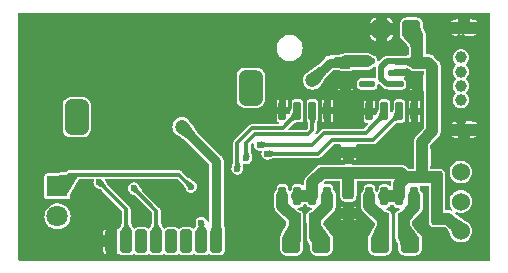
<source format=gbr>
%TF.GenerationSoftware,KiCad,Pcbnew,(7.0.0)*%
%TF.CreationDate,2023-07-18T11:01:11+08:00*%
%TF.ProjectId,Board_Car_V0_3,426f6172-645f-4436-9172-5f56305f332e,rev?*%
%TF.SameCoordinates,Original*%
%TF.FileFunction,Copper,L2,Bot*%
%TF.FilePolarity,Positive*%
%FSLAX46Y46*%
G04 Gerber Fmt 4.6, Leading zero omitted, Abs format (unit mm)*
G04 Created by KiCad (PCBNEW (7.0.0)) date 2023-07-18 11:01:11*
%MOMM*%
%LPD*%
G01*
G04 APERTURE LIST*
G04 Aperture macros list*
%AMRoundRect*
0 Rectangle with rounded corners*
0 $1 Rounding radius*
0 $2 $3 $4 $5 $6 $7 $8 $9 X,Y pos of 4 corners*
0 Add a 4 corners polygon primitive as box body*
4,1,4,$2,$3,$4,$5,$6,$7,$8,$9,$2,$3,0*
0 Add four circle primitives for the rounded corners*
1,1,$1+$1,$2,$3*
1,1,$1+$1,$4,$5*
1,1,$1+$1,$6,$7*
1,1,$1+$1,$8,$9*
0 Add four rect primitives between the rounded corners*
20,1,$1+$1,$2,$3,$4,$5,0*
20,1,$1+$1,$4,$5,$6,$7,0*
20,1,$1+$1,$6,$7,$8,$9,0*
20,1,$1+$1,$8,$9,$2,$3,0*%
G04 Aperture macros list end*
%TA.AperFunction,SMDPad,CuDef*%
%ADD10RoundRect,0.237500X0.237500X-0.300000X0.237500X0.300000X-0.237500X0.300000X-0.237500X-0.300000X0*%
%TD*%
%TA.AperFunction,SMDPad,CuDef*%
%ADD11RoundRect,0.137500X0.525000X0.137500X-0.525000X0.137500X-0.525000X-0.137500X0.525000X-0.137500X0*%
%TD*%
%TA.AperFunction,ComponentPad*%
%ADD12C,1.000000*%
%TD*%
%TA.AperFunction,ComponentPad*%
%ADD13O,2.200000X1.000000*%
%TD*%
%TA.AperFunction,SMDPad,CuDef*%
%ADD14RoundRect,0.250000X0.250000X0.750000X-0.250000X0.750000X-0.250000X-0.750000X0.250000X-0.750000X0*%
%TD*%
%TA.AperFunction,SMDPad,CuDef*%
%ADD15RoundRect,0.500000X0.500000X1.000000X-0.500000X1.000000X-0.500000X-1.000000X0.500000X-1.000000X0*%
%TD*%
%TA.AperFunction,SMDPad,CuDef*%
%ADD16RoundRect,0.150000X0.150000X-0.650000X0.150000X0.650000X-0.150000X0.650000X-0.150000X-0.650000X0*%
%TD*%
%TA.AperFunction,ComponentPad*%
%ADD17C,1.524000*%
%TD*%
%TA.AperFunction,SMDPad,CuDef*%
%ADD18RoundRect,0.400000X0.400000X0.400000X-0.400000X0.400000X-0.400000X-0.400000X0.400000X-0.400000X0*%
%TD*%
%TA.AperFunction,ComponentPad*%
%ADD19C,1.800000*%
%TD*%
%TA.AperFunction,ComponentPad*%
%ADD20R,1.800000X1.800000*%
%TD*%
%TA.AperFunction,SMDPad,CuDef*%
%ADD21RoundRect,0.237500X-0.237500X0.300000X-0.237500X-0.300000X0.237500X-0.300000X0.237500X0.300000X0*%
%TD*%
%TA.AperFunction,SMDPad,CuDef*%
%ADD22RoundRect,0.237500X0.300000X0.237500X-0.300000X0.237500X-0.300000X-0.237500X0.300000X-0.237500X0*%
%TD*%
%TA.AperFunction,ViaPad*%
%ADD23C,0.600000*%
%TD*%
%TA.AperFunction,ViaPad*%
%ADD24C,0.800000*%
%TD*%
%TA.AperFunction,ViaPad*%
%ADD25C,1.200000*%
%TD*%
%TA.AperFunction,Conductor*%
%ADD26C,1.000000*%
%TD*%
%TA.AperFunction,Conductor*%
%ADD27C,0.800000*%
%TD*%
%TA.AperFunction,Conductor*%
%ADD28C,0.300000*%
%TD*%
%TA.AperFunction,Conductor*%
%ADD29C,0.500000*%
%TD*%
%TA.AperFunction,Conductor*%
%ADD30C,0.600000*%
%TD*%
G04 APERTURE END LIST*
D10*
%TO.P,C4,1*%
%TO.N,+5VD*%
X69977000Y-109574500D03*
%TO.P,C4,2*%
%TO.N,GND*%
X69977000Y-107849500D03*
%TD*%
D11*
%TO.P,U1,1,IN*%
%TO.N,+5VD*%
X73971000Y-100142000D03*
%TO.P,U1,2,GND*%
%TO.N,GND*%
X73971000Y-101092000D03*
%TO.P,U1,3,EN*%
%TO.N,+5VD*%
X73971000Y-102042000D03*
%TO.P,U1,4,BP*%
%TO.N,unconnected-(U1-BP-Pad4)*%
X71571000Y-102042000D03*
%TO.P,U1,5,OUT*%
%TO.N,+3.3V*%
X71571000Y-100142000D03*
%TD*%
D12*
%TO.P,USB1,A5,CC1*%
%TO.N,Net-(USB1-CC1)*%
X79500000Y-101000000D03*
%TO.P,USB1,A9,VBUS*%
%TO.N,VBUS*%
X79500000Y-103400000D03*
%TO.P,USB1,A12,GND*%
%TO.N,GND*%
X79500000Y-104600000D03*
%TO.P,USB1,B5,CC2*%
%TO.N,Net-(USB1-CC2)*%
X79500000Y-102200000D03*
%TO.P,USB1,B9,VBUS*%
%TO.N,VBUS*%
X79500000Y-99800000D03*
%TO.P,USB1,B12,GND*%
%TO.N,GND*%
X79500000Y-98600000D03*
D13*
%TO.P,USB1,MP,SHELL*%
X79769999Y-97277499D03*
X79769999Y-105922499D03*
%TD*%
D14*
%TO.P,U7,1,VCC*%
%TO.N,+3.3V*%
X58801000Y-115354000D03*
%TO.P,U7,2,CE*%
%TO.N,/RF24_CE*%
X57531000Y-115354000D03*
%TO.P,U7,3,CSN*%
%TO.N,/RF24_CSN*%
X56261000Y-115354000D03*
%TO.P,U7,4,SCK*%
%TO.N,/RF24_SCK*%
X54991000Y-115354000D03*
%TO.P,U7,5,MOSI*%
%TO.N,/RF24_MOSI*%
X53721000Y-115354000D03*
%TO.P,U7,6,MISO*%
%TO.N,/RF24_MISO*%
X52451000Y-115354000D03*
%TO.P,U7,7,IRQ*%
%TO.N,/RF24_IRQ*%
X51181000Y-115354000D03*
%TO.P,U7,8,GND*%
%TO.N,GND*%
X49911000Y-115354000D03*
D15*
%TO.P,U7,MP*%
%TO.N,N/C*%
X46990000Y-104854000D03*
X61722000Y-102354000D03*
%TD*%
D16*
%TO.P,U4,1,X4*%
%TO.N,Net-(M2-+)*%
X75565000Y-111550000D03*
%TO.P,U4,2,VDD*%
%TO.N,+5VD*%
X74295000Y-111550000D03*
%TO.P,U4,3,VIO*%
X73025000Y-111550000D03*
%TO.P,U4,4,X3*%
%TO.N,Net-(M2--)*%
X71755000Y-111550000D03*
%TO.P,U4,5,GND*%
%TO.N,GND*%
X71755000Y-104350000D03*
%TO.P,U4,6,FOR*%
%TO.N,/PWM4P*%
X73025000Y-104350000D03*
%TO.P,U4,7,BAK*%
%TO.N,/PWM4N*%
X74295000Y-104350000D03*
%TO.P,U4,8,GND*%
%TO.N,GND*%
X75565000Y-104350000D03*
%TD*%
%TO.P,U2,1,X4*%
%TO.N,Net-(M1-+)*%
X68199000Y-111506000D03*
%TO.P,U2,2,VDD*%
%TO.N,+5VD*%
X66929000Y-111506000D03*
%TO.P,U2,3,VIO*%
X65659000Y-111506000D03*
%TO.P,U2,4,X3*%
%TO.N,Net-(M1--)*%
X64389000Y-111506000D03*
%TO.P,U2,5,GND*%
%TO.N,GND*%
X64389000Y-104306000D03*
%TO.P,U2,6,FOR*%
%TO.N,/PWM1P*%
X65659000Y-104306000D03*
%TO.P,U2,7,BAK*%
%TO.N,/PWM1N*%
X66929000Y-104306000D03*
%TO.P,U2,8,GND*%
%TO.N,GND*%
X68199000Y-104306000D03*
%TD*%
D17*
%TO.P,SW3,1,A*%
%TO.N,+5VD*%
X79500000Y-114500000D03*
%TO.P,SW3,2,B*%
%TO.N,Net-(SW3-B)*%
X79500000Y-112000000D03*
%TO.P,SW3,3,C*%
%TO.N,unconnected-(SW3-C-Pad3)*%
X79500000Y-109500000D03*
%TD*%
D18*
%TO.P,M2,1,+*%
%TO.N,Net-(M2-+)*%
X75184000Y-115570000D03*
%TO.P,M2,2,-*%
%TO.N,Net-(M2--)*%
X72644000Y-115570000D03*
%TD*%
%TO.P,M1,1,+*%
%TO.N,Net-(M1-+)*%
X67691000Y-115570000D03*
%TO.P,M1,2,-*%
%TO.N,Net-(M1--)*%
X65151000Y-115570000D03*
%TD*%
%TO.P,J1,1,Pin_1*%
%TO.N,+5VD*%
X75311000Y-97409000D03*
%TO.P,J1,2,Pin_2*%
%TO.N,GND*%
X72771000Y-97409000D03*
%TD*%
D19*
%TO.P,D2,2,A*%
%TO.N,Net-(D2-A)*%
X45339000Y-113265000D03*
D20*
%TO.P,D2,1,K*%
%TO.N,/LED*%
X45338999Y-110724999D03*
%TD*%
D21*
%TO.P,C19,1*%
%TO.N,+3.3V*%
X69723000Y-100229500D03*
%TO.P,C19,2*%
%TO.N,GND*%
X69723000Y-101954500D03*
%TD*%
D22*
%TO.P,C10,1*%
%TO.N,Net-(M2-+)*%
X74649500Y-113411000D03*
%TO.P,C10,2*%
%TO.N,Net-(M2--)*%
X72924500Y-113411000D03*
%TD*%
D10*
%TO.P,C9,1*%
%TO.N,+5VD*%
X77470000Y-109955500D03*
%TO.P,C9,2*%
%TO.N,GND*%
X77470000Y-108230500D03*
%TD*%
D21*
%TO.P,C8,1*%
%TO.N,+5VD*%
X77470000Y-113437500D03*
%TO.P,C8,2*%
%TO.N,GND*%
X77470000Y-115162500D03*
%TD*%
D22*
%TO.P,C6,1*%
%TO.N,Net-(M1-+)*%
X67156500Y-113411000D03*
%TO.P,C6,2*%
%TO.N,Net-(M1--)*%
X65431500Y-113411000D03*
%TD*%
D21*
%TO.P,C5,1*%
%TO.N,+5VD*%
X69977000Y-111278500D03*
%TO.P,C5,2*%
%TO.N,GND*%
X69977000Y-113003500D03*
%TD*%
%TO.P,C3,1*%
%TO.N,+5VD*%
X75819000Y-100229500D03*
%TO.P,C3,2*%
%TO.N,GND*%
X75819000Y-101954500D03*
%TD*%
D23*
%TO.N,GND*%
X50038000Y-113538000D03*
X49149000Y-113538000D03*
X48641000Y-114300000D03*
X48387000Y-115062000D03*
X60325000Y-114173000D03*
X60325000Y-113030000D03*
X60325000Y-111760000D03*
X60452000Y-110490000D03*
X61595000Y-109728000D03*
X63754000Y-113919000D03*
X62738000Y-113792000D03*
X61976000Y-113538000D03*
X61468000Y-112776000D03*
X61468000Y-111633000D03*
X61341000Y-110871000D03*
X58420000Y-104140000D03*
X58166000Y-103124000D03*
X59182000Y-103505000D03*
X59563000Y-104394000D03*
X60706000Y-104775000D03*
X61595000Y-104775000D03*
X62611000Y-104775000D03*
X63500000Y-104521000D03*
X63500000Y-103759000D03*
X64262000Y-102870000D03*
X65151000Y-102870000D03*
X66040000Y-102870000D03*
X69850000Y-105283000D03*
X68580000Y-102235000D03*
X68707000Y-101473000D03*
X73025000Y-102997000D03*
X78867000Y-107188000D03*
X78867000Y-108077000D03*
X76454000Y-114427000D03*
X79121000Y-115951000D03*
X78486000Y-116459000D03*
X77597000Y-116459000D03*
X76708000Y-116205000D03*
X69215000Y-116459000D03*
X69088000Y-115570000D03*
X71628000Y-114046000D03*
X70993000Y-113284000D03*
X74930000Y-107569000D03*
X73914000Y-107442000D03*
X73025000Y-107061000D03*
D24*
%TO.N,+3.3V*%
X58801000Y-115354000D03*
D25*
X55880000Y-105664000D03*
X66929000Y-101727000D03*
D23*
%TO.N,/LED*%
X56642000Y-110744000D03*
%TO.N,/RF24_IRQ*%
X48895000Y-110363000D03*
%TO.N,/RF24_MOSI*%
X51816000Y-110871000D03*
%TO.N,/RF24_MISO*%
X52451000Y-115354000D03*
%TO.N,/RF24_SCK*%
X54991000Y-115354000D03*
%TO.N,/RF24_CSN*%
X56261000Y-115354000D03*
%TO.N,/RF24_CE*%
X57531000Y-113792000D03*
%TO.N,/PWM1P*%
X60579000Y-109220000D03*
%TO.N,/PWM1N*%
X61341000Y-108331000D03*
%TO.N,/PWM4N*%
X63119000Y-107950000D03*
%TO.N,/PWM4P*%
X62484000Y-107188000D03*
%TD*%
D26*
%TO.N,+5VD*%
X69977000Y-109574500D02*
X69977000Y-111278500D01*
D27*
%TO.N,+3.3V*%
X58801000Y-108585000D02*
X58801000Y-115354000D01*
X55880000Y-105664000D02*
X58801000Y-108585000D01*
X68426500Y-100229500D02*
X66929000Y-101727000D01*
X69723000Y-100229500D02*
X68426500Y-100229500D01*
D28*
%TO.N,/LED*%
X46351000Y-109713000D02*
X45339000Y-110725000D01*
X56642000Y-110744000D02*
X55611000Y-109713000D01*
X55611000Y-109713000D02*
X46351000Y-109713000D01*
%TO.N,/RF24_IRQ*%
X51181000Y-112649000D02*
X51181000Y-115354000D01*
X48895000Y-110363000D02*
X51181000Y-112649000D01*
%TO.N,/RF24_MOSI*%
X53721000Y-112776000D02*
X53721000Y-115354000D01*
X51816000Y-110871000D02*
X53721000Y-112776000D01*
%TO.N,/RF24_CE*%
X57531000Y-113792000D02*
X57531000Y-115354000D01*
%TO.N,/PWM4N*%
X74295000Y-104587107D02*
X74295000Y-104350000D01*
X72075107Y-106807000D02*
X74295000Y-104587107D01*
X67437000Y-107950000D02*
X68580000Y-106807000D01*
X68580000Y-106807000D02*
X72075107Y-106807000D01*
X63119000Y-107950000D02*
X67437000Y-107950000D01*
%TO.N,/PWM1P*%
X65659000Y-104543107D02*
X65659000Y-104306000D01*
X61841000Y-105799000D02*
X64403107Y-105799000D01*
X60579000Y-109220000D02*
X60579000Y-107061000D01*
X64403107Y-105799000D02*
X65659000Y-104543107D01*
X60579000Y-107061000D02*
X61841000Y-105799000D01*
%TO.N,/PWM1N*%
X61341000Y-107061000D02*
X61341000Y-108331000D01*
X66548000Y-106299000D02*
X62103000Y-106299000D01*
X62103000Y-106299000D02*
X61341000Y-107061000D01*
X66929000Y-105918000D02*
X66548000Y-106299000D01*
X66929000Y-104306000D02*
X66929000Y-105918000D01*
%TO.N,/PWM4P*%
X73025000Y-104587107D02*
X73025000Y-104350000D01*
X66929000Y-107188000D02*
X67945000Y-106172000D01*
X67945000Y-106172000D02*
X71440107Y-106172000D01*
X71440107Y-106172000D02*
X73025000Y-104587107D01*
X62484000Y-107188000D02*
X66929000Y-107188000D01*
D26*
%TO.N,+5VD*%
X74448500Y-109574500D02*
X74829500Y-109955500D01*
X67717500Y-109574500D02*
X74448500Y-109574500D01*
X66929000Y-110363000D02*
X67717500Y-109574500D01*
X66929000Y-111506000D02*
X66929000Y-110363000D01*
X74295000Y-111550000D02*
X73025000Y-111550000D01*
X66929000Y-111506000D02*
X65659000Y-111506000D01*
%TO.N,+3.3V*%
X71571000Y-100142000D02*
X69810500Y-100142000D01*
X69810500Y-100142000D02*
X69723000Y-100229500D01*
%TO.N,+5VD*%
X75819000Y-100229500D02*
X75819000Y-97917000D01*
X75819000Y-97917000D02*
X75311000Y-97409000D01*
D29*
X73213000Y-102042000D02*
X73971000Y-102042000D01*
X72771000Y-101600000D02*
X73213000Y-102042000D01*
X72771000Y-100584000D02*
X72771000Y-101600000D01*
X73971000Y-100142000D02*
X73213000Y-100142000D01*
X73213000Y-100142000D02*
X72771000Y-100584000D01*
D30*
X75731500Y-100142000D02*
X75819000Y-100229500D01*
X73971000Y-100142000D02*
X75731500Y-100142000D01*
D26*
X77089000Y-100584000D02*
X76734500Y-100229500D01*
X76200000Y-106934000D02*
X77089000Y-106045000D01*
X76734500Y-100229500D02*
X75819000Y-100229500D01*
X76200000Y-109955500D02*
X76200000Y-106934000D01*
X77089000Y-106045000D02*
X77089000Y-100584000D01*
X77470000Y-109955500D02*
X76200000Y-109955500D01*
%TO.N,Net-(M2-+)*%
X74649500Y-115035500D02*
X75184000Y-115570000D01*
X74649500Y-113411000D02*
X74649500Y-115035500D01*
X75565000Y-112495500D02*
X74649500Y-113411000D01*
X75565000Y-111550000D02*
X75565000Y-112495500D01*
%TO.N,Net-(M2--)*%
X72924500Y-115289500D02*
X72644000Y-115570000D01*
X72924500Y-113411000D02*
X72924500Y-115289500D01*
X72786175Y-113411000D02*
X72924500Y-113411000D01*
X71755000Y-112379825D02*
X72786175Y-113411000D01*
X71755000Y-111550000D02*
X71755000Y-112379825D01*
%TO.N,Net-(M1--)*%
X65431500Y-115289500D02*
X65151000Y-115570000D01*
X65431500Y-113411000D02*
X65431500Y-115289500D01*
X64389000Y-112368500D02*
X65431500Y-113411000D01*
X64389000Y-111506000D02*
X64389000Y-112368500D01*
%TO.N,Net-(M1-+)*%
X67156500Y-115035500D02*
X67691000Y-115570000D01*
X67156500Y-113411000D02*
X67156500Y-115035500D01*
X68199000Y-112368500D02*
X67156500Y-113411000D01*
X68199000Y-111506000D02*
X68199000Y-112368500D01*
%TO.N,+5VD*%
X74295000Y-110490000D02*
X74295000Y-111550000D01*
X74829500Y-109955500D02*
X74295000Y-110490000D01*
X77470000Y-109955500D02*
X74829500Y-109955500D01*
X77470000Y-113437500D02*
X77470000Y-109955500D01*
X78437500Y-113437500D02*
X77470000Y-113437500D01*
X79500000Y-114500000D02*
X78437500Y-113437500D01*
%TD*%
%TA.AperFunction,Conductor*%
%TO.N,GND*%
G36*
X81950000Y-96013763D02*
G01*
X81986237Y-96050000D01*
X81999500Y-96099500D01*
X81999500Y-116900500D01*
X81986237Y-116950000D01*
X81950000Y-116986237D01*
X81900500Y-116999500D01*
X42099500Y-116999500D01*
X42050000Y-116986237D01*
X42013763Y-116950000D01*
X42000500Y-116900500D01*
X42000500Y-116155888D01*
X49211001Y-116155888D01*
X49211216Y-116160504D01*
X49213288Y-116182608D01*
X49215839Y-116194288D01*
X49256203Y-116309642D01*
X49263061Y-116322617D01*
X49334798Y-116419817D01*
X49345182Y-116430201D01*
X49399944Y-116470617D01*
X49408507Y-116473840D01*
X49411000Y-116465034D01*
X49411000Y-115867033D01*
X49408245Y-115856754D01*
X49397967Y-115854000D01*
X49224034Y-115854000D01*
X49213755Y-115856754D01*
X49211001Y-115867033D01*
X49211001Y-116155888D01*
X42000500Y-116155888D01*
X42000500Y-114840967D01*
X49211000Y-114840967D01*
X49213754Y-114851245D01*
X49224033Y-114854000D01*
X49397967Y-114854000D01*
X49408245Y-114851245D01*
X49411000Y-114840967D01*
X49411000Y-114242966D01*
X49408507Y-114234159D01*
X49399944Y-114237382D01*
X49345182Y-114277798D01*
X49334798Y-114288182D01*
X49263061Y-114385382D01*
X49256203Y-114398357D01*
X49215840Y-114513709D01*
X49213288Y-114525392D01*
X49211215Y-114547500D01*
X49211000Y-114552108D01*
X49211000Y-114840967D01*
X42000500Y-114840967D01*
X42000500Y-113265000D01*
X44233785Y-113265000D01*
X44234207Y-113269554D01*
X44247703Y-113415208D01*
X44252603Y-113468083D01*
X44253852Y-113472472D01*
X44253853Y-113472478D01*
X44307164Y-113659845D01*
X44307166Y-113659851D01*
X44308418Y-113664250D01*
X44310459Y-113668350D01*
X44310460Y-113668351D01*
X44396626Y-113841398D01*
X44399327Y-113846821D01*
X44402079Y-113850465D01*
X44402082Y-113850470D01*
X44467783Y-113937471D01*
X44522236Y-114009579D01*
X44563497Y-114047193D01*
X44656049Y-114131566D01*
X44672959Y-114146981D01*
X44846363Y-114254348D01*
X44850630Y-114256001D01*
X45032274Y-114326370D01*
X45032275Y-114326370D01*
X45036544Y-114328024D01*
X45237024Y-114365500D01*
X45436393Y-114365500D01*
X45440976Y-114365500D01*
X45641456Y-114328024D01*
X45831637Y-114254348D01*
X46005041Y-114146981D01*
X46155764Y-114009579D01*
X46278673Y-113846821D01*
X46369582Y-113664250D01*
X46425397Y-113468083D01*
X46444215Y-113265000D01*
X46425397Y-113061917D01*
X46369582Y-112865750D01*
X46278673Y-112683179D01*
X46273222Y-112675961D01*
X46199571Y-112578431D01*
X46155764Y-112520421D01*
X46030780Y-112406483D01*
X46008422Y-112386101D01*
X46008420Y-112386100D01*
X46005041Y-112383019D01*
X45831637Y-112275652D01*
X45827374Y-112274000D01*
X45827369Y-112273998D01*
X45645725Y-112203629D01*
X45645717Y-112203626D01*
X45641456Y-112201976D01*
X45595252Y-112193339D01*
X45445482Y-112165342D01*
X45445478Y-112165341D01*
X45440976Y-112164500D01*
X45237024Y-112164500D01*
X45232522Y-112165341D01*
X45232517Y-112165342D01*
X45041047Y-112201134D01*
X45041044Y-112201134D01*
X45036544Y-112201976D01*
X45032285Y-112203625D01*
X45032274Y-112203629D01*
X44850630Y-112273998D01*
X44850621Y-112274002D01*
X44846363Y-112275652D01*
X44842477Y-112278057D01*
X44842473Y-112278060D01*
X44676847Y-112380611D01*
X44676842Y-112380614D01*
X44672959Y-112383019D01*
X44669584Y-112386095D01*
X44669577Y-112386101D01*
X44527670Y-112515467D01*
X44522236Y-112520421D01*
X44519485Y-112524063D01*
X44519483Y-112524066D01*
X44402082Y-112679529D01*
X44402075Y-112679538D01*
X44399327Y-112683179D01*
X44397291Y-112687266D01*
X44397287Y-112687274D01*
X44310460Y-112861648D01*
X44310458Y-112861652D01*
X44308418Y-112865750D01*
X44307167Y-112870144D01*
X44307164Y-112870154D01*
X44253853Y-113057521D01*
X44253851Y-113057529D01*
X44252603Y-113061917D01*
X44252181Y-113066462D01*
X44252181Y-113066467D01*
X44247365Y-113118447D01*
X44233785Y-113265000D01*
X42000500Y-113265000D01*
X42000500Y-111644748D01*
X44238500Y-111644748D01*
X44239446Y-111649506D01*
X44239447Y-111649511D01*
X44248230Y-111693666D01*
X44250133Y-111703231D01*
X44294448Y-111769552D01*
X44360769Y-111813867D01*
X44419252Y-111825500D01*
X46253890Y-111825500D01*
X46258748Y-111825500D01*
X46317231Y-111813867D01*
X46383552Y-111769552D01*
X46427867Y-111703231D01*
X46439500Y-111644748D01*
X46439500Y-111338886D01*
X46454283Y-111286842D01*
X46475108Y-111253143D01*
X47181260Y-110110455D01*
X47217266Y-110076032D01*
X47265477Y-110063500D01*
X48327508Y-110063500D01*
X48374954Y-110075610D01*
X48410792Y-110108977D01*
X48426256Y-110155438D01*
X48417561Y-110203624D01*
X48409835Y-110220543D01*
X48408827Y-110227551D01*
X48408826Y-110227556D01*
X48397483Y-110306453D01*
X48389353Y-110363000D01*
X48390361Y-110370011D01*
X48408826Y-110498443D01*
X48408827Y-110498446D01*
X48409835Y-110505457D01*
X48412777Y-110511899D01*
X48412778Y-110511902D01*
X48456919Y-110608556D01*
X48469623Y-110636373D01*
X48563872Y-110745143D01*
X48569826Y-110748969D01*
X48569828Y-110748971D01*
X48684947Y-110822953D01*
X48684217Y-110824088D01*
X48685417Y-110825113D01*
X48686427Y-110823387D01*
X49092623Y-111060880D01*
X49112658Y-111076340D01*
X50801504Y-112765186D01*
X50822964Y-112797304D01*
X50830500Y-112835190D01*
X50830500Y-113771484D01*
X50819842Y-113816168D01*
X50809308Y-113836994D01*
X50609444Y-114232124D01*
X50570557Y-114273202D01*
X50515525Y-114286282D01*
X50462314Y-114267095D01*
X50422052Y-114237381D01*
X50413492Y-114234159D01*
X50411000Y-114242966D01*
X50411000Y-116465034D01*
X50413492Y-116473840D01*
X50422055Y-116470617D01*
X50482792Y-116425792D01*
X50483546Y-116426814D01*
X50520019Y-116405758D01*
X50571265Y-116405758D01*
X50608173Y-116427066D01*
X50608850Y-116426150D01*
X50718118Y-116506793D01*
X50846301Y-116551646D01*
X50876734Y-116554500D01*
X51482955Y-116554500D01*
X51485266Y-116554500D01*
X51515699Y-116551646D01*
X51643882Y-116506793D01*
X51753150Y-116426150D01*
X51753904Y-116427172D01*
X51790377Y-116406116D01*
X51841623Y-116406116D01*
X51878095Y-116427172D01*
X51878850Y-116426150D01*
X51988118Y-116506793D01*
X52116301Y-116551646D01*
X52146734Y-116554500D01*
X52752955Y-116554500D01*
X52755266Y-116554500D01*
X52785699Y-116551646D01*
X52913882Y-116506793D01*
X53023150Y-116426150D01*
X53023904Y-116427172D01*
X53060377Y-116406116D01*
X53111623Y-116406116D01*
X53148095Y-116427172D01*
X53148850Y-116426150D01*
X53258118Y-116506793D01*
X53386301Y-116551646D01*
X53416734Y-116554500D01*
X54022955Y-116554500D01*
X54025266Y-116554500D01*
X54055699Y-116551646D01*
X54183882Y-116506793D01*
X54293150Y-116426150D01*
X54293904Y-116427172D01*
X54330377Y-116406116D01*
X54381623Y-116406116D01*
X54418095Y-116427172D01*
X54418850Y-116426150D01*
X54528118Y-116506793D01*
X54656301Y-116551646D01*
X54686734Y-116554500D01*
X55292955Y-116554500D01*
X55295266Y-116554500D01*
X55325699Y-116551646D01*
X55453882Y-116506793D01*
X55563150Y-116426150D01*
X55563904Y-116427172D01*
X55600377Y-116406116D01*
X55651623Y-116406116D01*
X55688095Y-116427172D01*
X55688850Y-116426150D01*
X55798118Y-116506793D01*
X55926301Y-116551646D01*
X55956734Y-116554500D01*
X56562955Y-116554500D01*
X56565266Y-116554500D01*
X56595699Y-116551646D01*
X56723882Y-116506793D01*
X56833150Y-116426150D01*
X56833904Y-116427172D01*
X56870377Y-116406116D01*
X56921623Y-116406116D01*
X56958095Y-116427172D01*
X56958850Y-116426150D01*
X57068118Y-116506793D01*
X57196301Y-116551646D01*
X57226734Y-116554500D01*
X57832955Y-116554500D01*
X57835266Y-116554500D01*
X57865699Y-116551646D01*
X57993882Y-116506793D01*
X58103150Y-116426150D01*
X58103904Y-116427172D01*
X58140377Y-116406116D01*
X58191623Y-116406116D01*
X58228095Y-116427172D01*
X58228850Y-116426150D01*
X58338118Y-116506793D01*
X58466301Y-116551646D01*
X58496734Y-116554500D01*
X59102955Y-116554500D01*
X59105266Y-116554500D01*
X59135699Y-116551646D01*
X59263882Y-116506793D01*
X59373150Y-116426150D01*
X59453793Y-116316882D01*
X59498646Y-116188699D01*
X59501500Y-116158266D01*
X59501500Y-114629915D01*
X59501611Y-114625223D01*
X59503903Y-114576919D01*
X59504114Y-114572475D01*
X59502120Y-114557526D01*
X59501500Y-114550616D01*
X59501500Y-114549734D01*
X59498646Y-114519301D01*
X59496656Y-114513617D01*
X59496527Y-114513023D01*
X59495113Y-114504975D01*
X59495095Y-114504843D01*
X59406051Y-113836995D01*
X59404686Y-113832767D01*
X59403939Y-113829464D01*
X59401500Y-113807626D01*
X59401500Y-112411106D01*
X63684642Y-112411106D01*
X63685720Y-112416992D01*
X63685721Y-112416999D01*
X63695622Y-112471029D01*
X63696521Y-112476937D01*
X63701946Y-112521612D01*
X63703860Y-112537372D01*
X63705981Y-112542967D01*
X63705983Y-112542972D01*
X63708256Y-112548964D01*
X63713067Y-112566221D01*
X63714224Y-112572538D01*
X63714225Y-112572544D01*
X63715305Y-112578432D01*
X63717762Y-112583892D01*
X63717764Y-112583897D01*
X63740302Y-112633974D01*
X63742587Y-112639490D01*
X63764182Y-112696430D01*
X63767580Y-112701354D01*
X63767583Y-112701358D01*
X63771229Y-112706639D01*
X63780030Y-112722244D01*
X63780702Y-112723737D01*
X63785122Y-112733557D01*
X63788814Y-112738270D01*
X63788815Y-112738271D01*
X63822676Y-112781492D01*
X63826218Y-112786306D01*
X63857412Y-112831497D01*
X63857414Y-112831500D01*
X63860817Y-112836429D01*
X63865297Y-112840398D01*
X63865299Y-112840400D01*
X63906389Y-112876802D01*
X63910744Y-112880901D01*
X64664671Y-113634828D01*
X64685221Y-113664820D01*
X64693500Y-113699958D01*
X64693500Y-113701256D01*
X64693714Y-113703544D01*
X64693715Y-113703553D01*
X64695712Y-113724853D01*
X64695713Y-113724858D01*
X64696275Y-113730849D01*
X64698265Y-113736536D01*
X64725444Y-113814208D01*
X64731000Y-113846906D01*
X64731000Y-113887188D01*
X64720244Y-113932064D01*
X64713933Y-113944475D01*
X64284658Y-114788572D01*
X64274956Y-114803962D01*
X64230415Y-114862009D01*
X64230412Y-114862012D01*
X64226464Y-114867159D01*
X64223982Y-114873149D01*
X64223980Y-114873154D01*
X64168440Y-115007240D01*
X64168439Y-115007243D01*
X64165956Y-115013238D01*
X64165109Y-115019666D01*
X64165108Y-115019673D01*
X64157416Y-115078106D01*
X64150500Y-115130639D01*
X64150500Y-115133878D01*
X64150500Y-115133879D01*
X64150500Y-116006118D01*
X64150500Y-116006133D01*
X64150501Y-116009360D01*
X64150923Y-116012571D01*
X64150924Y-116012575D01*
X64165108Y-116120327D01*
X64165109Y-116120333D01*
X64165956Y-116126762D01*
X64226464Y-116272841D01*
X64322718Y-116398282D01*
X64448159Y-116494536D01*
X64594238Y-116555044D01*
X64711639Y-116570500D01*
X65590360Y-116570499D01*
X65707762Y-116555044D01*
X65853841Y-116494536D01*
X65979282Y-116398282D01*
X66075536Y-116272841D01*
X66136044Y-116126762D01*
X66151500Y-116009361D01*
X66151499Y-115204381D01*
X66152260Y-115192134D01*
X66156353Y-115159306D01*
X66137160Y-113978171D01*
X66134186Y-113964254D01*
X66132000Y-113943565D01*
X66132000Y-113846906D01*
X66137556Y-113814208D01*
X66152505Y-113771486D01*
X66166725Y-113730849D01*
X66169500Y-113701256D01*
X66169500Y-113120744D01*
X66166725Y-113091151D01*
X66123116Y-112966525D01*
X66044711Y-112860289D01*
X66010703Y-112835190D01*
X65944444Y-112786289D01*
X65944442Y-112786288D01*
X65938475Y-112781884D01*
X65890755Y-112765186D01*
X65819536Y-112740265D01*
X65813849Y-112738275D01*
X65807858Y-112737713D01*
X65807853Y-112737712D01*
X65786553Y-112735715D01*
X65786544Y-112735714D01*
X65784256Y-112735500D01*
X65782958Y-112735500D01*
X65747820Y-112727221D01*
X65717828Y-112706671D01*
X65686661Y-112675504D01*
X65659567Y-112624814D01*
X65665201Y-112567614D01*
X65701664Y-112523185D01*
X65756665Y-112506500D01*
X65838682Y-112506500D01*
X65842260Y-112506500D01*
X65910393Y-112496573D01*
X66015483Y-112445198D01*
X66098198Y-112362483D01*
X66147311Y-112262019D01*
X66183828Y-112221519D01*
X66236252Y-112206500D01*
X66351748Y-112206500D01*
X66404172Y-112221519D01*
X66440689Y-112262020D01*
X66486199Y-112355114D01*
X66486200Y-112355116D01*
X66489802Y-112362483D01*
X66572517Y-112445198D01*
X66579884Y-112448799D01*
X66579885Y-112448800D01*
X66665779Y-112490791D01*
X66677607Y-112496573D01*
X66685210Y-112497680D01*
X66685211Y-112497681D01*
X66694107Y-112498977D01*
X66745740Y-112506500D01*
X66831335Y-112506500D01*
X66886337Y-112523185D01*
X66922799Y-112567615D01*
X66928433Y-112624815D01*
X66901337Y-112675505D01*
X66870169Y-112706672D01*
X66840179Y-112727221D01*
X66805042Y-112735500D01*
X66803744Y-112735500D01*
X66801457Y-112735714D01*
X66801445Y-112735715D01*
X66780146Y-112737712D01*
X66780139Y-112737713D01*
X66774151Y-112738275D01*
X66768465Y-112740264D01*
X66768463Y-112740265D01*
X66656528Y-112779433D01*
X66656525Y-112779434D01*
X66649525Y-112781884D01*
X66643559Y-112786286D01*
X66643555Y-112786289D01*
X66549262Y-112855880D01*
X66549259Y-112855882D01*
X66543289Y-112860289D01*
X66538882Y-112866259D01*
X66538880Y-112866262D01*
X66469289Y-112960555D01*
X66469286Y-112960559D01*
X66464884Y-112966525D01*
X66462434Y-112973525D01*
X66462433Y-112973528D01*
X66430067Y-113066025D01*
X66421275Y-113091151D01*
X66420713Y-113097139D01*
X66420712Y-113097146D01*
X66418715Y-113118447D01*
X66418500Y-113120744D01*
X66418500Y-113701256D01*
X66418714Y-113703545D01*
X66418715Y-113703552D01*
X66420712Y-113724853D01*
X66420713Y-113724858D01*
X66421275Y-113730849D01*
X66423265Y-113736536D01*
X66450444Y-113814208D01*
X66456000Y-113846906D01*
X66456000Y-113967204D01*
X66455707Y-113974817D01*
X66455598Y-113976218D01*
X66455078Y-113979707D01*
X66455057Y-113983230D01*
X66455057Y-113983238D01*
X66454887Y-114012656D01*
X66454740Y-114038025D01*
X66455220Y-114041523D01*
X66455451Y-114045037D01*
X66455389Y-114045041D01*
X66456000Y-114053963D01*
X66456000Y-115011345D01*
X66455819Y-115017323D01*
X66452503Y-115072124D01*
X66452503Y-115072131D01*
X66452142Y-115078106D01*
X66453220Y-115083992D01*
X66453221Y-115083999D01*
X66463122Y-115138029D01*
X66464021Y-115143937D01*
X66466306Y-115162755D01*
X66471360Y-115204372D01*
X66473481Y-115209967D01*
X66473483Y-115209972D01*
X66475756Y-115215964D01*
X66480567Y-115233221D01*
X66481724Y-115239538D01*
X66481725Y-115239544D01*
X66482805Y-115245432D01*
X66485262Y-115250892D01*
X66485264Y-115250897D01*
X66507802Y-115300974D01*
X66510087Y-115306490D01*
X66531682Y-115363430D01*
X66535080Y-115368354D01*
X66535083Y-115368358D01*
X66538729Y-115373639D01*
X66547530Y-115389244D01*
X66550098Y-115394949D01*
X66552622Y-115400557D01*
X66556314Y-115405270D01*
X66556315Y-115405271D01*
X66590176Y-115448492D01*
X66593718Y-115453306D01*
X66624912Y-115498497D01*
X66624914Y-115498500D01*
X66628317Y-115503429D01*
X66632801Y-115507402D01*
X66636769Y-115511880D01*
X66636470Y-115512144D01*
X66654189Y-115534579D01*
X66664972Y-115567795D01*
X66685327Y-115715903D01*
X66685777Y-115719175D01*
X66686654Y-115722350D01*
X66686656Y-115722357D01*
X66686921Y-115723313D01*
X66687050Y-115724270D01*
X66687320Y-115725577D01*
X66687230Y-115725595D01*
X66690500Y-115749691D01*
X66690500Y-116006117D01*
X66690500Y-116006132D01*
X66690501Y-116009360D01*
X66690923Y-116012571D01*
X66690924Y-116012575D01*
X66705108Y-116120327D01*
X66705109Y-116120333D01*
X66705956Y-116126762D01*
X66766464Y-116272841D01*
X66862718Y-116398282D01*
X66988159Y-116494536D01*
X67134238Y-116555044D01*
X67251639Y-116570500D01*
X68130360Y-116570499D01*
X68247762Y-116555044D01*
X68393841Y-116494536D01*
X68519282Y-116398282D01*
X68615536Y-116272841D01*
X68676044Y-116126762D01*
X68691500Y-116009361D01*
X68691499Y-115130640D01*
X68676044Y-115013238D01*
X68615536Y-114867159D01*
X68519282Y-114741718D01*
X68448623Y-114687500D01*
X68428344Y-114671939D01*
X68409606Y-114653056D01*
X68329897Y-114547500D01*
X67876994Y-113947736D01*
X67862132Y-113919539D01*
X67857000Y-113888079D01*
X67857000Y-113846906D01*
X67862556Y-113814208D01*
X67877505Y-113771486D01*
X67891725Y-113730849D01*
X67894500Y-113701256D01*
X67894500Y-113699966D01*
X67902774Y-113664828D01*
X67923325Y-113634831D01*
X68077510Y-113480646D01*
X69340249Y-113480646D01*
X69341140Y-113489693D01*
X69345879Y-113503235D01*
X69352735Y-113516208D01*
X69422240Y-113610384D01*
X69432613Y-113620757D01*
X69490945Y-113663808D01*
X69499508Y-113667031D01*
X69502000Y-113658227D01*
X70452000Y-113658227D01*
X70454491Y-113667031D01*
X70463054Y-113663808D01*
X70521386Y-113620757D01*
X70531759Y-113610384D01*
X70601264Y-113516208D01*
X70608120Y-113503235D01*
X70612859Y-113489693D01*
X70613750Y-113480646D01*
X70604919Y-113478500D01*
X70465033Y-113478500D01*
X70454754Y-113481254D01*
X70452000Y-113491533D01*
X70452000Y-113658227D01*
X69502000Y-113658227D01*
X69502000Y-113491533D01*
X69499245Y-113481254D01*
X69488967Y-113478500D01*
X69349081Y-113478500D01*
X69340249Y-113480646D01*
X68077510Y-113480646D01*
X68677277Y-112880878D01*
X68681598Y-112876812D01*
X68727183Y-112836429D01*
X68761793Y-112786286D01*
X68765310Y-112781507D01*
X68802878Y-112733556D01*
X68807969Y-112722244D01*
X68816769Y-112706640D01*
X68823818Y-112696430D01*
X68845421Y-112639463D01*
X68847698Y-112633969D01*
X68872695Y-112578431D01*
X68874931Y-112566227D01*
X68879745Y-112548961D01*
X68881223Y-112545063D01*
X68884140Y-112537372D01*
X68885478Y-112526353D01*
X69340249Y-112526353D01*
X69349081Y-112528500D01*
X69488967Y-112528500D01*
X69499245Y-112525745D01*
X69502000Y-112515467D01*
X70452000Y-112515467D01*
X70454754Y-112525745D01*
X70465033Y-112528500D01*
X70604919Y-112528500D01*
X70613750Y-112526353D01*
X70612859Y-112517306D01*
X70608120Y-112503764D01*
X70601264Y-112490791D01*
X70531759Y-112396615D01*
X70521386Y-112386242D01*
X70463054Y-112343191D01*
X70454491Y-112339968D01*
X70452000Y-112348773D01*
X70452000Y-112515467D01*
X69502000Y-112515467D01*
X69502000Y-112348773D01*
X69499508Y-112339968D01*
X69490945Y-112343191D01*
X69432613Y-112386242D01*
X69422240Y-112396615D01*
X69352735Y-112490791D01*
X69345879Y-112503764D01*
X69341140Y-112517306D01*
X69340249Y-112526353D01*
X68885478Y-112526353D01*
X68891478Y-112476927D01*
X68892378Y-112471019D01*
X68897480Y-112443179D01*
X68903358Y-112411106D01*
X68899681Y-112350323D01*
X68899500Y-112344345D01*
X68899500Y-111466615D01*
X68899500Y-111463628D01*
X68884140Y-111337128D01*
X68823818Y-111178070D01*
X68803854Y-111149148D01*
X68760740Y-111086686D01*
X68727183Y-111038071D01*
X68723860Y-111035127D01*
X68705933Y-111005472D01*
X68699500Y-110970366D01*
X68699500Y-110826318D01*
X68699500Y-110822740D01*
X68689573Y-110754607D01*
X68638198Y-110649517D01*
X68555483Y-110566802D01*
X68548116Y-110563200D01*
X68548114Y-110563199D01*
X68457298Y-110518802D01*
X68457294Y-110518800D01*
X68450393Y-110515427D01*
X68442793Y-110514319D01*
X68442788Y-110514318D01*
X68385797Y-110506015D01*
X68385792Y-110506014D01*
X68382260Y-110505500D01*
X68016165Y-110505500D01*
X67961164Y-110488815D01*
X67924701Y-110444386D01*
X67919067Y-110387186D01*
X67946161Y-110336496D01*
X67978661Y-110303996D01*
X68010779Y-110282536D01*
X68048665Y-110275000D01*
X69177500Y-110275000D01*
X69227000Y-110288263D01*
X69263237Y-110324500D01*
X69276500Y-110374000D01*
X69276500Y-111320872D01*
X69276859Y-111323834D01*
X69276860Y-111323839D01*
X69291137Y-111441422D01*
X69291138Y-111441426D01*
X69291860Y-111447372D01*
X69293983Y-111452970D01*
X69293985Y-111452978D01*
X69295066Y-111455827D01*
X69301500Y-111490933D01*
X69301500Y-111631256D01*
X69301714Y-111633545D01*
X69301715Y-111633552D01*
X69303712Y-111654853D01*
X69303713Y-111654858D01*
X69304275Y-111660849D01*
X69347884Y-111785475D01*
X69352288Y-111791442D01*
X69352289Y-111791444D01*
X69421880Y-111885737D01*
X69426289Y-111891711D01*
X69532525Y-111970116D01*
X69657151Y-112013725D01*
X69686744Y-112016500D01*
X70264945Y-112016500D01*
X70267256Y-112016500D01*
X70296849Y-112013725D01*
X70421475Y-111970116D01*
X70527711Y-111891711D01*
X70606116Y-111785475D01*
X70649725Y-111660849D01*
X70652500Y-111631256D01*
X70652500Y-111490933D01*
X70658934Y-111455827D01*
X70660014Y-111452978D01*
X70660014Y-111452977D01*
X70662140Y-111447372D01*
X70677500Y-111320872D01*
X70677500Y-110374000D01*
X70690763Y-110324500D01*
X70727000Y-110288263D01*
X70776500Y-110275000D01*
X73503442Y-110275000D01*
X73558028Y-110291408D01*
X73594520Y-110335194D01*
X73600821Y-110391844D01*
X73591721Y-110441502D01*
X73591720Y-110441507D01*
X73590642Y-110447394D01*
X73592919Y-110485028D01*
X73594319Y-110508177D01*
X73594500Y-110514155D01*
X73594500Y-110584811D01*
X73577815Y-110639812D01*
X73533386Y-110676275D01*
X73476186Y-110681909D01*
X73425496Y-110654815D01*
X73387281Y-110616600D01*
X73387280Y-110616599D01*
X73381483Y-110610802D01*
X73374116Y-110607200D01*
X73374114Y-110607199D01*
X73283298Y-110562802D01*
X73283294Y-110562800D01*
X73276393Y-110559427D01*
X73268793Y-110558319D01*
X73268788Y-110558318D01*
X73211797Y-110550015D01*
X73211792Y-110550014D01*
X73208260Y-110549500D01*
X72841740Y-110549500D01*
X72838208Y-110550014D01*
X72838202Y-110550015D01*
X72781211Y-110558318D01*
X72781204Y-110558320D01*
X72773607Y-110559427D01*
X72766707Y-110562800D01*
X72766701Y-110562802D01*
X72675885Y-110607199D01*
X72675880Y-110607202D01*
X72668517Y-110610802D01*
X72662721Y-110616597D01*
X72662718Y-110616600D01*
X72591600Y-110687718D01*
X72591597Y-110687721D01*
X72585802Y-110693517D01*
X72582202Y-110700880D01*
X72582199Y-110700885D01*
X72537802Y-110791701D01*
X72537800Y-110791707D01*
X72534427Y-110798607D01*
X72533320Y-110806204D01*
X72533318Y-110806211D01*
X72525015Y-110863202D01*
X72524500Y-110866740D01*
X72524500Y-110870318D01*
X72524500Y-111021036D01*
X72518066Y-111056143D01*
X72499602Y-111086686D01*
X72463543Y-111127387D01*
X72413132Y-111157861D01*
X72354334Y-111154303D01*
X72307966Y-111117976D01*
X72283183Y-111082071D01*
X72279860Y-111079127D01*
X72261933Y-111049472D01*
X72255500Y-111014366D01*
X72255500Y-110870318D01*
X72255500Y-110866740D01*
X72245573Y-110798607D01*
X72236553Y-110780157D01*
X72197800Y-110700885D01*
X72197799Y-110700884D01*
X72194198Y-110693517D01*
X72111483Y-110610802D01*
X72104116Y-110607200D01*
X72104114Y-110607199D01*
X72013298Y-110562802D01*
X72013294Y-110562800D01*
X72006393Y-110559427D01*
X71998793Y-110558319D01*
X71998788Y-110558318D01*
X71941797Y-110550015D01*
X71941792Y-110550014D01*
X71938260Y-110549500D01*
X71571740Y-110549500D01*
X71568208Y-110550014D01*
X71568202Y-110550015D01*
X71511211Y-110558318D01*
X71511204Y-110558320D01*
X71503607Y-110559427D01*
X71496707Y-110562800D01*
X71496701Y-110562802D01*
X71405885Y-110607199D01*
X71405880Y-110607202D01*
X71398517Y-110610802D01*
X71392721Y-110616597D01*
X71392718Y-110616600D01*
X71321600Y-110687718D01*
X71321597Y-110687721D01*
X71315802Y-110693517D01*
X71312202Y-110700880D01*
X71312199Y-110700885D01*
X71267802Y-110791701D01*
X71267800Y-110791707D01*
X71264427Y-110798607D01*
X71263320Y-110806204D01*
X71263318Y-110806211D01*
X71255015Y-110863202D01*
X71254500Y-110866740D01*
X71254500Y-110870318D01*
X71254500Y-111014366D01*
X71248067Y-111049472D01*
X71230139Y-111079127D01*
X71226817Y-111082071D01*
X71223417Y-111086996D01*
X71223414Y-111087000D01*
X71133581Y-111217144D01*
X71133577Y-111217151D01*
X71130182Y-111222070D01*
X71128061Y-111227660D01*
X71128060Y-111227664D01*
X71071983Y-111375528D01*
X71071981Y-111375533D01*
X71069860Y-111381128D01*
X71069139Y-111387065D01*
X71069137Y-111387074D01*
X71056527Y-111490933D01*
X71054500Y-111507628D01*
X71054500Y-111510615D01*
X71054500Y-112355670D01*
X71054319Y-112361648D01*
X71051003Y-112416449D01*
X71051003Y-112416456D01*
X71050642Y-112422431D01*
X71051720Y-112428317D01*
X71051721Y-112428324D01*
X71061622Y-112482354D01*
X71062521Y-112488262D01*
X71068479Y-112537324D01*
X71069860Y-112548697D01*
X71071981Y-112554292D01*
X71071983Y-112554297D01*
X71074256Y-112560289D01*
X71079067Y-112577546D01*
X71080224Y-112583863D01*
X71080225Y-112583869D01*
X71081305Y-112589757D01*
X71083762Y-112595217D01*
X71083764Y-112595222D01*
X71106302Y-112645299D01*
X71108587Y-112650815D01*
X71130182Y-112707755D01*
X71133580Y-112712679D01*
X71133583Y-112712683D01*
X71137229Y-112717964D01*
X71146030Y-112733569D01*
X71148148Y-112738275D01*
X71151122Y-112744882D01*
X71154814Y-112749595D01*
X71154815Y-112749596D01*
X71188676Y-112792817D01*
X71192218Y-112797631D01*
X71223412Y-112842822D01*
X71223414Y-112842825D01*
X71226817Y-112847754D01*
X71231297Y-112851723D01*
X71231299Y-112851725D01*
X71259606Y-112876802D01*
X71264224Y-112880894D01*
X71272389Y-112888127D01*
X71276744Y-112892226D01*
X72195004Y-113810486D01*
X72216464Y-113842604D01*
X72224000Y-113880490D01*
X72224000Y-113887188D01*
X72213244Y-113932064D01*
X72206933Y-113944475D01*
X71777658Y-114788572D01*
X71767956Y-114803962D01*
X71723415Y-114862009D01*
X71723412Y-114862012D01*
X71719464Y-114867159D01*
X71716982Y-114873149D01*
X71716980Y-114873154D01*
X71661440Y-115007240D01*
X71661439Y-115007243D01*
X71658956Y-115013238D01*
X71658109Y-115019666D01*
X71658108Y-115019673D01*
X71650416Y-115078106D01*
X71643500Y-115130639D01*
X71643500Y-115133878D01*
X71643500Y-115133879D01*
X71643500Y-116006118D01*
X71643500Y-116006133D01*
X71643501Y-116009360D01*
X71643923Y-116012571D01*
X71643924Y-116012575D01*
X71658108Y-116120327D01*
X71658109Y-116120333D01*
X71658956Y-116126762D01*
X71719464Y-116272841D01*
X71815718Y-116398282D01*
X71941159Y-116494536D01*
X72087238Y-116555044D01*
X72204639Y-116570500D01*
X73083360Y-116570499D01*
X73200762Y-116555044D01*
X73346841Y-116494536D01*
X73472282Y-116398282D01*
X73568536Y-116272841D01*
X73629044Y-116126762D01*
X73644500Y-116009361D01*
X73644499Y-115204381D01*
X73645260Y-115192134D01*
X73649353Y-115159306D01*
X73630160Y-113978171D01*
X73627186Y-113964254D01*
X73625000Y-113943565D01*
X73625000Y-113846906D01*
X73630556Y-113814208D01*
X73645505Y-113771486D01*
X73659725Y-113730849D01*
X73662500Y-113701256D01*
X73662500Y-113120744D01*
X73659725Y-113091151D01*
X73616116Y-112966525D01*
X73537711Y-112860289D01*
X73503703Y-112835190D01*
X73437444Y-112786289D01*
X73437442Y-112786288D01*
X73431475Y-112781884D01*
X73383755Y-112765186D01*
X73312536Y-112740265D01*
X73306849Y-112738275D01*
X73300854Y-112737712D01*
X73300846Y-112737711D01*
X73284439Y-112736172D01*
X73234308Y-112716822D01*
X73201671Y-112674133D01*
X73196143Y-112620683D01*
X73219352Y-112572218D01*
X73264461Y-112543017D01*
X73268781Y-112541681D01*
X73276393Y-112540573D01*
X73381483Y-112489198D01*
X73464198Y-112406483D01*
X73513311Y-112306019D01*
X73549828Y-112265519D01*
X73602252Y-112250500D01*
X73717748Y-112250500D01*
X73770172Y-112265519D01*
X73806689Y-112306020D01*
X73852199Y-112399114D01*
X73852200Y-112399116D01*
X73855802Y-112406483D01*
X73938517Y-112489198D01*
X73945884Y-112492799D01*
X73945885Y-112492800D01*
X74028189Y-112533036D01*
X74043607Y-112540573D01*
X74051210Y-112541680D01*
X74051211Y-112541681D01*
X74058562Y-112542752D01*
X74111740Y-112550500D01*
X74115318Y-112550500D01*
X74221110Y-112550500D01*
X74273781Y-112565674D01*
X74310306Y-112606545D01*
X74319488Y-112660584D01*
X74298511Y-112711225D01*
X74253808Y-112742944D01*
X74149528Y-112779433D01*
X74149525Y-112779434D01*
X74142525Y-112781884D01*
X74136559Y-112786286D01*
X74136555Y-112786289D01*
X74042262Y-112855880D01*
X74042259Y-112855882D01*
X74036289Y-112860289D01*
X74031882Y-112866259D01*
X74031880Y-112866262D01*
X73962289Y-112960555D01*
X73962286Y-112960559D01*
X73957884Y-112966525D01*
X73955434Y-112973525D01*
X73955433Y-112973528D01*
X73923067Y-113066025D01*
X73914275Y-113091151D01*
X73913713Y-113097139D01*
X73913712Y-113097146D01*
X73911715Y-113118447D01*
X73911500Y-113120744D01*
X73911500Y-113701256D01*
X73911714Y-113703545D01*
X73911715Y-113703552D01*
X73913712Y-113724853D01*
X73913713Y-113724858D01*
X73914275Y-113730849D01*
X73916265Y-113736536D01*
X73943444Y-113814208D01*
X73949000Y-113846906D01*
X73949000Y-113967204D01*
X73948707Y-113974817D01*
X73948598Y-113976218D01*
X73948078Y-113979707D01*
X73948057Y-113983230D01*
X73948057Y-113983238D01*
X73947887Y-114012656D01*
X73947740Y-114038025D01*
X73948220Y-114041523D01*
X73948451Y-114045037D01*
X73948389Y-114045041D01*
X73949000Y-114053963D01*
X73949000Y-115011345D01*
X73948819Y-115017323D01*
X73945503Y-115072124D01*
X73945503Y-115072131D01*
X73945142Y-115078106D01*
X73946220Y-115083992D01*
X73946221Y-115083999D01*
X73956122Y-115138029D01*
X73957021Y-115143937D01*
X73959306Y-115162755D01*
X73964360Y-115204372D01*
X73966481Y-115209967D01*
X73966483Y-115209972D01*
X73968756Y-115215964D01*
X73973567Y-115233221D01*
X73974724Y-115239538D01*
X73974725Y-115239544D01*
X73975805Y-115245432D01*
X73978262Y-115250892D01*
X73978264Y-115250897D01*
X74000802Y-115300974D01*
X74003087Y-115306490D01*
X74024682Y-115363430D01*
X74028080Y-115368354D01*
X74028083Y-115368358D01*
X74031729Y-115373639D01*
X74040530Y-115389244D01*
X74043098Y-115394949D01*
X74045622Y-115400557D01*
X74049314Y-115405270D01*
X74049315Y-115405271D01*
X74083176Y-115448492D01*
X74086718Y-115453306D01*
X74117912Y-115498497D01*
X74117914Y-115498500D01*
X74121317Y-115503429D01*
X74125801Y-115507402D01*
X74129769Y-115511880D01*
X74129470Y-115512144D01*
X74147189Y-115534579D01*
X74157972Y-115567795D01*
X74178327Y-115715903D01*
X74178777Y-115719175D01*
X74179654Y-115722350D01*
X74179656Y-115722357D01*
X74179921Y-115723313D01*
X74180050Y-115724270D01*
X74180320Y-115725577D01*
X74180230Y-115725595D01*
X74183500Y-115749691D01*
X74183500Y-116006117D01*
X74183500Y-116006132D01*
X74183501Y-116009360D01*
X74183923Y-116012571D01*
X74183924Y-116012575D01*
X74198108Y-116120327D01*
X74198109Y-116120333D01*
X74198956Y-116126762D01*
X74259464Y-116272841D01*
X74355718Y-116398282D01*
X74481159Y-116494536D01*
X74627238Y-116555044D01*
X74744639Y-116570500D01*
X75623360Y-116570499D01*
X75740762Y-116555044D01*
X75886841Y-116494536D01*
X76012282Y-116398282D01*
X76108536Y-116272841D01*
X76169044Y-116126762D01*
X76184500Y-116009361D01*
X76184500Y-115639646D01*
X76833249Y-115639646D01*
X76834140Y-115648693D01*
X76838879Y-115662235D01*
X76845735Y-115675208D01*
X76915240Y-115769384D01*
X76925613Y-115779757D01*
X76983945Y-115822808D01*
X76992508Y-115826031D01*
X76995000Y-115817227D01*
X77945000Y-115817227D01*
X77947491Y-115826031D01*
X77956054Y-115822808D01*
X78014386Y-115779757D01*
X78024759Y-115769384D01*
X78094264Y-115675208D01*
X78101120Y-115662235D01*
X78105859Y-115648693D01*
X78106750Y-115639646D01*
X78097919Y-115637500D01*
X77958033Y-115637500D01*
X77947754Y-115640254D01*
X77945000Y-115650533D01*
X77945000Y-115817227D01*
X76995000Y-115817227D01*
X76995000Y-115650533D01*
X76992245Y-115640254D01*
X76981967Y-115637500D01*
X76842081Y-115637500D01*
X76833249Y-115639646D01*
X76184500Y-115639646D01*
X76184499Y-115130640D01*
X76169044Y-115013238D01*
X76108536Y-114867159D01*
X76012282Y-114741718D01*
X75941623Y-114687500D01*
X75938825Y-114685353D01*
X76833249Y-114685353D01*
X76842081Y-114687500D01*
X76981967Y-114687500D01*
X76992245Y-114684745D01*
X76995000Y-114674467D01*
X77945000Y-114674467D01*
X77947754Y-114684745D01*
X77958033Y-114687500D01*
X78097919Y-114687500D01*
X78106750Y-114685353D01*
X78105859Y-114676306D01*
X78101120Y-114662764D01*
X78094264Y-114649791D01*
X78024759Y-114555615D01*
X78014386Y-114545242D01*
X77956054Y-114502191D01*
X77947491Y-114498968D01*
X77945000Y-114507773D01*
X77945000Y-114674467D01*
X76995000Y-114674467D01*
X76995000Y-114507773D01*
X76992508Y-114498968D01*
X76983945Y-114502191D01*
X76925613Y-114545242D01*
X76915240Y-114555615D01*
X76845735Y-114649791D01*
X76838879Y-114662764D01*
X76834140Y-114676306D01*
X76833249Y-114685353D01*
X75938825Y-114685353D01*
X75921344Y-114671939D01*
X75902606Y-114653056D01*
X75822897Y-114547500D01*
X75369994Y-113947736D01*
X75355132Y-113919539D01*
X75350000Y-113888079D01*
X75350000Y-113846906D01*
X75355556Y-113814208D01*
X75370505Y-113771486D01*
X75384725Y-113730849D01*
X75387500Y-113701256D01*
X75387500Y-113699966D01*
X75395774Y-113664827D01*
X75416326Y-113634830D01*
X76043261Y-113007893D01*
X76047582Y-113003826D01*
X76093183Y-112963429D01*
X76127806Y-112913266D01*
X76131304Y-112908513D01*
X76168878Y-112860556D01*
X76173966Y-112849249D01*
X76182769Y-112833640D01*
X76189818Y-112823430D01*
X76211421Y-112766463D01*
X76213698Y-112760969D01*
X76213982Y-112760338D01*
X76238695Y-112705431D01*
X76240931Y-112693227D01*
X76245745Y-112675961D01*
X76247219Y-112672073D01*
X76250140Y-112664372D01*
X76257478Y-112603927D01*
X76258378Y-112598019D01*
X76260966Y-112583897D01*
X76269358Y-112538106D01*
X76265681Y-112477323D01*
X76265500Y-112471345D01*
X76265500Y-111510615D01*
X76265500Y-111507628D01*
X76250140Y-111381128D01*
X76189818Y-111222070D01*
X76179430Y-111207021D01*
X76126246Y-111129971D01*
X76093183Y-111082071D01*
X76089860Y-111079127D01*
X76071933Y-111049472D01*
X76065500Y-111014366D01*
X76065500Y-110870318D01*
X76065500Y-110866740D01*
X76055573Y-110798607D01*
X76052197Y-110791701D01*
X76049927Y-110784355D01*
X76052458Y-110783572D01*
X76045586Y-110749846D01*
X76060486Y-110702553D01*
X76096448Y-110668417D01*
X76144452Y-110656000D01*
X76157628Y-110656000D01*
X76670500Y-110656000D01*
X76720000Y-110669263D01*
X76756237Y-110705500D01*
X76769500Y-110755000D01*
X76769500Y-113352444D01*
X76769500Y-113522556D01*
X76770932Y-113528366D01*
X76778282Y-113558185D01*
X76780436Y-113569941D01*
X76783853Y-113598086D01*
X76784860Y-113606372D01*
X76786981Y-113611966D01*
X76786983Y-113611972D01*
X76788066Y-113614827D01*
X76794500Y-113649933D01*
X76794500Y-113790256D01*
X76794714Y-113792545D01*
X76794715Y-113792552D01*
X76796712Y-113813853D01*
X76796713Y-113813858D01*
X76797275Y-113819849D01*
X76799265Y-113825536D01*
X76837378Y-113934457D01*
X76840884Y-113944475D01*
X76845288Y-113950442D01*
X76845289Y-113950444D01*
X76866886Y-113979707D01*
X76919289Y-114050711D01*
X77025525Y-114129116D01*
X77150151Y-114172725D01*
X77179744Y-114175500D01*
X77757945Y-114175500D01*
X77760256Y-114175500D01*
X77789849Y-114172725D01*
X77873208Y-114143555D01*
X77905906Y-114138000D01*
X78106335Y-114138000D01*
X78144221Y-114145536D01*
X78176339Y-114166996D01*
X78373958Y-114364615D01*
X78394410Y-114394385D01*
X78551195Y-114746871D01*
X78603608Y-114864708D01*
X78605010Y-114866708D01*
X78606117Y-114868977D01*
X78606463Y-114870115D01*
X78695838Y-115037324D01*
X78734144Y-115083999D01*
X78798777Y-115162755D01*
X78816117Y-115183883D01*
X78962676Y-115304162D01*
X79129885Y-115393537D01*
X79311317Y-115448573D01*
X79500000Y-115467157D01*
X79688683Y-115448573D01*
X79870115Y-115393537D01*
X80037324Y-115304162D01*
X80183883Y-115183883D01*
X80304162Y-115037324D01*
X80393537Y-114870115D01*
X80448573Y-114688683D01*
X80467157Y-114500000D01*
X80448573Y-114311317D01*
X80393537Y-114129885D01*
X80304162Y-113962676D01*
X80183883Y-113816117D01*
X80163039Y-113799011D01*
X80086914Y-113736536D01*
X80037324Y-113695838D01*
X79904542Y-113624864D01*
X79893663Y-113617917D01*
X79892015Y-113616432D01*
X79875897Y-113606372D01*
X79143547Y-113149284D01*
X79125961Y-113135304D01*
X79056682Y-113066025D01*
X79030894Y-113021018D01*
X79031403Y-112969149D01*
X79058070Y-112924657D01*
X79103575Y-112899756D01*
X79155423Y-112901283D01*
X79311317Y-112948573D01*
X79500000Y-112967157D01*
X79688683Y-112948573D01*
X79870115Y-112893537D01*
X80037324Y-112804162D01*
X80183883Y-112683883D01*
X80304162Y-112537324D01*
X80393537Y-112370115D01*
X80448573Y-112188683D01*
X80467157Y-112000000D01*
X80448573Y-111811317D01*
X80393537Y-111629885D01*
X80304162Y-111462676D01*
X80183883Y-111316117D01*
X80177360Y-111310764D01*
X80111814Y-111256971D01*
X80037324Y-111195838D01*
X80004082Y-111178070D01*
X79874407Y-111108757D01*
X79874406Y-111108756D01*
X79870115Y-111106463D01*
X79865461Y-111105051D01*
X79865458Y-111105050D01*
X79693339Y-111052839D01*
X79693335Y-111052838D01*
X79688683Y-111051427D01*
X79500000Y-111032843D01*
X79495157Y-111033320D01*
X79316159Y-111050950D01*
X79316158Y-111050950D01*
X79311317Y-111051427D01*
X79306666Y-111052837D01*
X79306660Y-111052839D01*
X79134541Y-111105050D01*
X79134535Y-111105052D01*
X79129885Y-111106463D01*
X79125597Y-111108754D01*
X79125592Y-111108757D01*
X78966963Y-111193546D01*
X78966958Y-111193548D01*
X78962676Y-111195838D01*
X78958921Y-111198919D01*
X78958919Y-111198921D01*
X78819881Y-111313027D01*
X78819875Y-111313032D01*
X78816117Y-111316117D01*
X78813032Y-111319875D01*
X78813027Y-111319881D01*
X78703797Y-111452978D01*
X78695838Y-111462676D01*
X78693548Y-111466958D01*
X78693546Y-111466963D01*
X78608757Y-111625592D01*
X78608754Y-111625597D01*
X78606463Y-111629885D01*
X78605052Y-111634535D01*
X78605050Y-111634541D01*
X78552839Y-111806660D01*
X78552837Y-111806666D01*
X78551427Y-111811317D01*
X78532843Y-112000000D01*
X78551427Y-112188683D01*
X78552838Y-112193335D01*
X78552839Y-112193339D01*
X78604148Y-112362483D01*
X78606463Y-112370115D01*
X78608756Y-112374406D01*
X78608757Y-112374407D01*
X78689649Y-112525745D01*
X78695838Y-112537324D01*
X78698919Y-112541078D01*
X78698921Y-112541081D01*
X78753148Y-112607156D01*
X78774104Y-112652704D01*
X78770057Y-112702679D01*
X78742045Y-112744261D01*
X78697252Y-112766787D01*
X78649128Y-112764568D01*
X78647432Y-112763805D01*
X78641550Y-112762727D01*
X78641544Y-112762725D01*
X78635221Y-112761567D01*
X78617964Y-112756756D01*
X78611972Y-112754483D01*
X78611967Y-112754481D01*
X78606372Y-112752360D01*
X78600427Y-112751638D01*
X78545937Y-112745021D01*
X78540029Y-112744122D01*
X78485999Y-112734221D01*
X78485992Y-112734220D01*
X78480106Y-112733142D01*
X78474131Y-112733503D01*
X78474124Y-112733503D01*
X78419323Y-112736819D01*
X78413345Y-112737000D01*
X78269500Y-112737000D01*
X78220000Y-112723737D01*
X78183763Y-112687500D01*
X78170500Y-112638000D01*
X78170500Y-109876432D01*
X78170500Y-109870444D01*
X78161716Y-109834807D01*
X78159564Y-109823071D01*
X78155140Y-109786628D01*
X78153014Y-109781022D01*
X78151934Y-109778173D01*
X78145500Y-109743067D01*
X78145500Y-109605055D01*
X78145500Y-109602744D01*
X78142725Y-109573151D01*
X78117128Y-109500000D01*
X78532843Y-109500000D01*
X78551427Y-109688683D01*
X78552838Y-109693335D01*
X78552839Y-109693339D01*
X78601785Y-109854695D01*
X78606463Y-109870115D01*
X78608756Y-109874406D01*
X78608757Y-109874407D01*
X78617681Y-109891102D01*
X78695838Y-110037324D01*
X78816117Y-110183883D01*
X78962676Y-110304162D01*
X79129885Y-110393537D01*
X79311317Y-110448573D01*
X79500000Y-110467157D01*
X79688683Y-110448573D01*
X79870115Y-110393537D01*
X80037324Y-110304162D01*
X80183883Y-110183883D01*
X80304162Y-110037324D01*
X80393537Y-109870115D01*
X80448573Y-109688683D01*
X80467157Y-109500000D01*
X80448573Y-109311317D01*
X80393537Y-109129885D01*
X80304162Y-108962676D01*
X80183883Y-108816117D01*
X80037324Y-108695838D01*
X79891563Y-108617927D01*
X79874407Y-108608757D01*
X79874406Y-108608756D01*
X79870115Y-108606463D01*
X79865461Y-108605051D01*
X79865458Y-108605050D01*
X79693339Y-108552839D01*
X79693335Y-108552838D01*
X79688683Y-108551427D01*
X79500000Y-108532843D01*
X79495157Y-108533320D01*
X79316159Y-108550950D01*
X79316158Y-108550950D01*
X79311317Y-108551427D01*
X79306666Y-108552837D01*
X79306660Y-108552839D01*
X79134541Y-108605050D01*
X79134535Y-108605052D01*
X79129885Y-108606463D01*
X79125597Y-108608754D01*
X79125592Y-108608757D01*
X78966963Y-108693546D01*
X78966958Y-108693548D01*
X78962676Y-108695838D01*
X78958921Y-108698919D01*
X78958919Y-108698921D01*
X78819881Y-108813027D01*
X78819875Y-108813032D01*
X78816117Y-108816117D01*
X78813032Y-108819875D01*
X78813027Y-108819881D01*
X78698921Y-108958919D01*
X78695838Y-108962676D01*
X78693548Y-108966958D01*
X78693546Y-108966963D01*
X78608757Y-109125592D01*
X78608754Y-109125597D01*
X78606463Y-109129885D01*
X78605052Y-109134535D01*
X78605050Y-109134541D01*
X78552839Y-109306660D01*
X78552837Y-109306666D01*
X78551427Y-109311317D01*
X78550950Y-109316158D01*
X78550950Y-109316159D01*
X78546594Y-109360383D01*
X78532843Y-109500000D01*
X78117128Y-109500000D01*
X78099116Y-109448525D01*
X78020711Y-109342289D01*
X77914475Y-109263884D01*
X77889086Y-109255000D01*
X77795536Y-109222265D01*
X77789849Y-109220275D01*
X77783858Y-109219713D01*
X77783853Y-109219712D01*
X77762552Y-109217715D01*
X77762545Y-109217714D01*
X77760256Y-109217500D01*
X77179744Y-109217500D01*
X77177455Y-109217714D01*
X77177447Y-109217715D01*
X77156146Y-109219712D01*
X77156139Y-109219713D01*
X77150151Y-109220275D01*
X77144465Y-109222264D01*
X77144463Y-109222265D01*
X77066792Y-109249444D01*
X77034094Y-109255000D01*
X76999500Y-109255000D01*
X76950000Y-109241737D01*
X76913763Y-109205500D01*
X76900500Y-109156000D01*
X76900500Y-108995129D01*
X76910778Y-108951204D01*
X76939477Y-108916400D01*
X76980639Y-108897942D01*
X76992026Y-108895731D01*
X76995000Y-108885227D01*
X77945000Y-108885227D01*
X77947491Y-108894031D01*
X77956054Y-108890808D01*
X78014386Y-108847757D01*
X78024759Y-108837384D01*
X78094264Y-108743208D01*
X78101120Y-108730235D01*
X78105859Y-108716693D01*
X78106750Y-108707646D01*
X78097919Y-108705500D01*
X77958033Y-108705500D01*
X77947754Y-108708254D01*
X77945000Y-108718533D01*
X77945000Y-108885227D01*
X76995000Y-108885227D01*
X76995000Y-107742467D01*
X77945000Y-107742467D01*
X77947754Y-107752745D01*
X77958033Y-107755500D01*
X78097919Y-107755500D01*
X78106750Y-107753353D01*
X78105859Y-107744306D01*
X78101120Y-107730764D01*
X78094264Y-107717791D01*
X78024759Y-107623615D01*
X78014386Y-107613242D01*
X77956054Y-107570191D01*
X77947491Y-107566968D01*
X77945000Y-107575773D01*
X77945000Y-107742467D01*
X76995000Y-107742467D01*
X76995000Y-107575773D01*
X76992026Y-107565268D01*
X76980639Y-107563058D01*
X76939477Y-107544600D01*
X76910778Y-107509796D01*
X76900500Y-107465871D01*
X76900500Y-107265165D01*
X76908036Y-107227279D01*
X76929496Y-107195162D01*
X77567261Y-106557395D01*
X77571598Y-106553312D01*
X77617183Y-106512929D01*
X77651797Y-106462780D01*
X77655303Y-106458016D01*
X77681131Y-106425050D01*
X78683435Y-106425050D01*
X78687254Y-106433204D01*
X78698433Y-106445823D01*
X78707333Y-106453707D01*
X78837378Y-106543470D01*
X78847901Y-106548993D01*
X78995650Y-106605027D01*
X79007195Y-106607873D01*
X79124692Y-106622139D01*
X79130647Y-106622500D01*
X79256967Y-106622500D01*
X79267245Y-106619745D01*
X79270000Y-106609467D01*
X80270000Y-106609467D01*
X80272754Y-106619745D01*
X80283033Y-106622500D01*
X80409353Y-106622500D01*
X80415307Y-106622139D01*
X80532804Y-106607873D01*
X80544349Y-106605027D01*
X80692098Y-106548993D01*
X80702621Y-106543470D01*
X80832666Y-106453707D01*
X80841566Y-106445823D01*
X80852745Y-106433204D01*
X80856564Y-106425050D01*
X80847924Y-106422500D01*
X80283033Y-106422500D01*
X80272754Y-106425254D01*
X80270000Y-106435533D01*
X80270000Y-106609467D01*
X79270000Y-106609467D01*
X79270000Y-106435533D01*
X79267245Y-106425254D01*
X79256967Y-106422500D01*
X78692076Y-106422500D01*
X78683435Y-106425050D01*
X77681131Y-106425050D01*
X77692878Y-106410057D01*
X77697964Y-106398754D01*
X77706774Y-106383134D01*
X77710415Y-106377859D01*
X77713818Y-106372930D01*
X77735428Y-106315944D01*
X77737677Y-106310516D01*
X77762695Y-106254931D01*
X77764931Y-106242727D01*
X77769745Y-106225461D01*
X77770856Y-106222530D01*
X77774140Y-106213872D01*
X77781478Y-106153427D01*
X77782378Y-106147519D01*
X77782783Y-106145310D01*
X77793358Y-106087606D01*
X77789681Y-106026823D01*
X77789500Y-106020845D01*
X77789500Y-105419949D01*
X78683435Y-105419949D01*
X78692076Y-105422500D01*
X79261297Y-105422500D01*
X79278454Y-105417295D01*
X79382133Y-105417295D01*
X79399291Y-105422500D01*
X79600708Y-105422500D01*
X79617866Y-105417294D01*
X79721545Y-105417294D01*
X79738704Y-105422500D01*
X80847924Y-105422500D01*
X80856564Y-105419949D01*
X80852745Y-105411795D01*
X80841566Y-105399176D01*
X80832666Y-105391292D01*
X80702621Y-105301529D01*
X80692098Y-105296006D01*
X80544349Y-105239972D01*
X80532804Y-105237126D01*
X80415307Y-105222860D01*
X80409353Y-105222500D01*
X79933770Y-105222500D01*
X79924757Y-105224292D01*
X79917126Y-105229391D01*
X79739710Y-105406808D01*
X79721545Y-105417294D01*
X79617866Y-105417294D01*
X79599702Y-105406808D01*
X79509215Y-105316321D01*
X79499965Y-105310981D01*
X79499632Y-105311212D01*
X79490786Y-105316319D01*
X79400298Y-105406808D01*
X79382133Y-105417295D01*
X79278454Y-105417295D01*
X79260290Y-105406808D01*
X79089541Y-105236059D01*
X79080728Y-105230548D01*
X79070397Y-105229452D01*
X79007196Y-105237126D01*
X78995648Y-105239972D01*
X78847901Y-105296006D01*
X78837378Y-105301529D01*
X78707333Y-105391292D01*
X78698433Y-105399176D01*
X78687254Y-105411795D01*
X78683435Y-105419949D01*
X77789500Y-105419949D01*
X77789500Y-103400000D01*
X78794355Y-103400000D01*
X78795077Y-103405946D01*
X78814137Y-103562925D01*
X78814138Y-103562932D01*
X78814860Y-103568872D01*
X78816982Y-103574468D01*
X78816983Y-103574471D01*
X78845147Y-103648733D01*
X78875182Y-103727930D01*
X78878579Y-103732851D01*
X78878581Y-103732855D01*
X78921577Y-103795144D01*
X78971817Y-103867929D01*
X78976297Y-103871898D01*
X78976299Y-103871900D01*
X79022205Y-103912569D01*
X79099148Y-103980734D01*
X79249775Y-104059790D01*
X79414944Y-104100500D01*
X79579068Y-104100500D01*
X79585056Y-104100500D01*
X79750225Y-104059790D01*
X79900852Y-103980734D01*
X80028183Y-103867929D01*
X80124818Y-103727930D01*
X80185140Y-103568872D01*
X80205645Y-103400000D01*
X80185140Y-103231128D01*
X80124818Y-103072070D01*
X80028183Y-102932071D01*
X80023699Y-102928098D01*
X80023695Y-102928094D01*
X79962750Y-102874101D01*
X79933308Y-102827542D01*
X79933308Y-102772454D01*
X79962750Y-102725897D01*
X80028183Y-102667929D01*
X80124818Y-102527930D01*
X80185140Y-102368872D01*
X80205645Y-102200000D01*
X80185140Y-102031128D01*
X80124818Y-101872070D01*
X80119867Y-101864898D01*
X80031585Y-101737000D01*
X80028183Y-101732071D01*
X80016228Y-101721480D01*
X79962750Y-101674103D01*
X79933308Y-101627544D01*
X79933308Y-101572456D01*
X79962750Y-101525897D01*
X80028183Y-101467929D01*
X80124818Y-101327930D01*
X80185140Y-101168872D01*
X80205645Y-101000000D01*
X80193696Y-100901590D01*
X80185862Y-100837074D01*
X80185861Y-100837073D01*
X80185140Y-100831128D01*
X80124818Y-100672070D01*
X80120422Y-100665702D01*
X80058211Y-100575574D01*
X80028183Y-100532071D01*
X79962749Y-100474102D01*
X79933308Y-100427544D01*
X79933308Y-100372456D01*
X79962750Y-100325897D01*
X80016177Y-100278565D01*
X80028183Y-100267929D01*
X80124818Y-100127930D01*
X80185140Y-99968872D01*
X80205645Y-99800000D01*
X80185140Y-99631128D01*
X80124818Y-99472070D01*
X80119555Y-99464446D01*
X80031585Y-99337000D01*
X80028183Y-99332071D01*
X79900852Y-99219266D01*
X79895548Y-99216482D01*
X79755528Y-99142993D01*
X79755526Y-99142992D01*
X79750225Y-99140210D01*
X79744409Y-99138776D01*
X79744408Y-99138776D01*
X79590871Y-99100933D01*
X79590868Y-99100932D01*
X79585056Y-99099500D01*
X79414944Y-99099500D01*
X79409131Y-99100932D01*
X79409128Y-99100933D01*
X79255591Y-99138776D01*
X79255587Y-99138777D01*
X79249775Y-99140210D01*
X79244476Y-99142990D01*
X79244471Y-99142993D01*
X79104451Y-99216482D01*
X79104446Y-99216485D01*
X79099148Y-99219266D01*
X79094667Y-99223234D01*
X79094665Y-99223237D01*
X78976299Y-99328099D01*
X78976293Y-99328105D01*
X78971817Y-99332071D01*
X78968417Y-99336996D01*
X78968414Y-99337000D01*
X78878581Y-99467144D01*
X78878577Y-99467151D01*
X78875182Y-99472070D01*
X78873061Y-99477660D01*
X78873060Y-99477664D01*
X78816983Y-99625528D01*
X78816981Y-99625533D01*
X78814860Y-99631128D01*
X78814139Y-99637065D01*
X78814137Y-99637074D01*
X78798016Y-99769849D01*
X78794355Y-99800000D01*
X78795077Y-99805946D01*
X78814137Y-99962925D01*
X78814138Y-99962932D01*
X78814860Y-99968872D01*
X78816982Y-99974468D01*
X78816983Y-99974471D01*
X78872554Y-100121000D01*
X78875182Y-100127930D01*
X78878579Y-100132851D01*
X78878581Y-100132855D01*
X78901593Y-100166193D01*
X78971817Y-100267929D01*
X78976300Y-100271900D01*
X78976304Y-100271905D01*
X79037249Y-100325898D01*
X79066691Y-100372457D01*
X79066691Y-100427543D01*
X79037249Y-100474102D01*
X78976304Y-100528094D01*
X78976300Y-100528099D01*
X78971817Y-100532071D01*
X78968417Y-100536996D01*
X78968414Y-100537000D01*
X78878581Y-100667144D01*
X78878577Y-100667151D01*
X78875182Y-100672070D01*
X78873061Y-100677660D01*
X78873060Y-100677664D01*
X78816983Y-100825528D01*
X78816981Y-100825533D01*
X78814860Y-100831128D01*
X78814139Y-100837065D01*
X78814137Y-100837074D01*
X78802180Y-100935556D01*
X78794355Y-101000000D01*
X78795077Y-101005946D01*
X78814137Y-101162925D01*
X78814138Y-101162932D01*
X78814860Y-101168872D01*
X78816982Y-101174468D01*
X78816983Y-101174471D01*
X78871226Y-101317500D01*
X78875182Y-101327930D01*
X78878579Y-101332851D01*
X78878581Y-101332855D01*
X78913007Y-101382729D01*
X78971817Y-101467929D01*
X78976300Y-101471900D01*
X78976304Y-101471905D01*
X79037249Y-101525898D01*
X79066691Y-101572457D01*
X79066691Y-101627543D01*
X79037249Y-101674102D01*
X78976304Y-101728094D01*
X78976300Y-101728099D01*
X78971817Y-101732071D01*
X78968417Y-101736996D01*
X78968414Y-101737000D01*
X78878581Y-101867144D01*
X78878577Y-101867151D01*
X78875182Y-101872070D01*
X78873061Y-101877660D01*
X78873060Y-101877664D01*
X78816983Y-102025528D01*
X78816981Y-102025533D01*
X78814860Y-102031128D01*
X78814139Y-102037065D01*
X78814137Y-102037074D01*
X78803131Y-102127721D01*
X78794355Y-102200000D01*
X78795077Y-102205946D01*
X78814137Y-102362925D01*
X78814138Y-102362932D01*
X78814860Y-102368872D01*
X78816982Y-102374468D01*
X78816983Y-102374471D01*
X78869143Y-102512007D01*
X78875182Y-102527930D01*
X78878579Y-102532851D01*
X78878581Y-102532855D01*
X78938548Y-102619731D01*
X78971817Y-102667929D01*
X78976300Y-102671900D01*
X78976304Y-102671905D01*
X79037249Y-102725898D01*
X79066691Y-102772457D01*
X79066691Y-102827543D01*
X79037249Y-102874102D01*
X78976304Y-102928094D01*
X78976296Y-102928102D01*
X78971817Y-102932071D01*
X78968417Y-102936996D01*
X78968414Y-102937000D01*
X78878581Y-103067144D01*
X78878577Y-103067151D01*
X78875182Y-103072070D01*
X78873061Y-103077660D01*
X78873060Y-103077664D01*
X78816983Y-103225528D01*
X78816981Y-103225533D01*
X78814860Y-103231128D01*
X78814139Y-103237065D01*
X78814137Y-103237074D01*
X78798872Y-103362802D01*
X78794355Y-103400000D01*
X77789500Y-103400000D01*
X77789500Y-100608155D01*
X77789681Y-100602177D01*
X77792996Y-100547371D01*
X77793358Y-100541394D01*
X77782376Y-100481470D01*
X77781478Y-100475567D01*
X77774140Y-100415128D01*
X77769742Y-100403532D01*
X77764932Y-100386276D01*
X77763774Y-100379956D01*
X77763773Y-100379954D01*
X77762695Y-100374069D01*
X77760239Y-100368613D01*
X77760237Y-100368605D01*
X77737698Y-100318528D01*
X77735408Y-100313000D01*
X77722349Y-100278565D01*
X77713818Y-100256070D01*
X77706765Y-100245853D01*
X77697968Y-100230254D01*
X77692878Y-100218944D01*
X77655307Y-100170988D01*
X77651780Y-100166193D01*
X77625369Y-100127930D01*
X77617183Y-100116071D01*
X77598918Y-100099890D01*
X77571609Y-100075696D01*
X77567254Y-100071597D01*
X77246901Y-99751244D01*
X77242802Y-99746889D01*
X77206400Y-99705799D01*
X77206398Y-99705797D01*
X77202429Y-99701317D01*
X77197500Y-99697914D01*
X77197497Y-99697912D01*
X77152306Y-99666718D01*
X77147492Y-99663176D01*
X77104271Y-99629315D01*
X77104270Y-99629314D01*
X77099557Y-99625622D01*
X77094095Y-99623164D01*
X77094094Y-99623163D01*
X77088244Y-99620530D01*
X77072639Y-99611729D01*
X77067358Y-99608083D01*
X77067354Y-99608080D01*
X77062430Y-99604682D01*
X77005490Y-99583087D01*
X76999974Y-99580802D01*
X76949897Y-99558264D01*
X76949892Y-99558262D01*
X76944432Y-99555805D01*
X76938544Y-99554725D01*
X76938538Y-99554724D01*
X76932221Y-99553567D01*
X76914964Y-99548756D01*
X76908972Y-99546483D01*
X76908967Y-99546481D01*
X76903372Y-99544360D01*
X76897427Y-99543638D01*
X76842937Y-99537021D01*
X76837029Y-99536122D01*
X76782999Y-99526221D01*
X76782992Y-99526220D01*
X76777106Y-99525142D01*
X76771131Y-99525503D01*
X76771124Y-99525503D01*
X76716323Y-99528819D01*
X76710345Y-99529000D01*
X76618500Y-99529000D01*
X76569000Y-99515737D01*
X76532763Y-99479500D01*
X76519500Y-99430000D01*
X76519500Y-99017344D01*
X76519838Y-99009835D01*
X76520253Y-99007279D01*
X76521388Y-98949516D01*
X76520228Y-98940015D01*
X76519500Y-98928027D01*
X76519500Y-97941143D01*
X76519681Y-97935166D01*
X76521494Y-97905190D01*
X76523357Y-97874394D01*
X76512375Y-97814470D01*
X76511483Y-97808605D01*
X76508016Y-97780050D01*
X78683435Y-97780050D01*
X78687254Y-97788204D01*
X78698433Y-97800823D01*
X78707333Y-97808707D01*
X78837378Y-97898470D01*
X78847901Y-97903993D01*
X78995651Y-97960028D01*
X79007194Y-97962872D01*
X79070397Y-97970546D01*
X79080729Y-97969450D01*
X79089538Y-97963941D01*
X79260289Y-97793191D01*
X79278453Y-97782704D01*
X79382133Y-97782704D01*
X79400297Y-97793191D01*
X79493107Y-97886001D01*
X79499999Y-97890606D01*
X79506890Y-97886001D01*
X79599701Y-97793191D01*
X79617865Y-97782704D01*
X79721545Y-97782704D01*
X79739709Y-97793191D01*
X79917126Y-97970608D01*
X79924757Y-97975707D01*
X79933770Y-97977500D01*
X80409353Y-97977500D01*
X80415307Y-97977139D01*
X80532804Y-97962873D01*
X80544349Y-97960027D01*
X80692098Y-97903993D01*
X80702621Y-97898470D01*
X80832666Y-97808707D01*
X80841566Y-97800823D01*
X80852745Y-97788204D01*
X80856564Y-97780050D01*
X80847924Y-97777500D01*
X79738702Y-97777500D01*
X79721545Y-97782704D01*
X79617865Y-97782704D01*
X79600710Y-97777500D01*
X79399290Y-97777500D01*
X79382133Y-97782704D01*
X79278453Y-97782704D01*
X79261298Y-97777500D01*
X78692076Y-97777500D01*
X78683435Y-97780050D01*
X76508016Y-97780050D01*
X76504140Y-97748128D01*
X76499741Y-97736529D01*
X76494929Y-97719271D01*
X76492694Y-97707068D01*
X76467701Y-97651536D01*
X76465411Y-97646008D01*
X76443818Y-97589070D01*
X76436769Y-97578858D01*
X76427961Y-97563241D01*
X76425333Y-97557401D01*
X76422877Y-97551943D01*
X76419183Y-97547229D01*
X76419182Y-97547226D01*
X76385327Y-97504014D01*
X76381789Y-97499207D01*
X76350285Y-97453565D01*
X76333492Y-97409323D01*
X76316454Y-97269652D01*
X76314704Y-97262942D01*
X76311499Y-97237955D01*
X76311499Y-96972882D01*
X76311499Y-96972879D01*
X76311499Y-96969640D01*
X76296044Y-96852238D01*
X76264030Y-96774949D01*
X78683435Y-96774949D01*
X78692076Y-96777500D01*
X79256967Y-96777500D01*
X79267245Y-96774745D01*
X79270000Y-96764467D01*
X80270000Y-96764467D01*
X80272754Y-96774745D01*
X80283033Y-96777500D01*
X80847924Y-96777500D01*
X80856564Y-96774949D01*
X80852745Y-96766795D01*
X80841566Y-96754176D01*
X80832666Y-96746292D01*
X80702621Y-96656529D01*
X80692098Y-96651006D01*
X80544349Y-96594972D01*
X80532804Y-96592126D01*
X80415307Y-96577860D01*
X80409353Y-96577500D01*
X80283033Y-96577500D01*
X80272754Y-96580254D01*
X80270000Y-96590533D01*
X80270000Y-96764467D01*
X79270000Y-96764467D01*
X79270000Y-96590533D01*
X79267245Y-96580254D01*
X79256967Y-96577500D01*
X79130647Y-96577500D01*
X79124692Y-96577860D01*
X79007195Y-96592126D01*
X78995650Y-96594972D01*
X78847901Y-96651006D01*
X78837378Y-96656529D01*
X78707333Y-96746292D01*
X78698433Y-96754176D01*
X78687254Y-96766795D01*
X78683435Y-96774949D01*
X76264030Y-96774949D01*
X76235536Y-96706159D01*
X76139282Y-96580718D01*
X76019558Y-96488851D01*
X76018989Y-96488414D01*
X76018988Y-96488413D01*
X76013841Y-96484464D01*
X76007847Y-96481981D01*
X76007845Y-96481980D01*
X75873759Y-96426440D01*
X75873758Y-96426439D01*
X75867762Y-96423956D01*
X75861331Y-96423109D01*
X75861326Y-96423108D01*
X75753574Y-96408923D01*
X75750361Y-96408500D01*
X75747120Y-96408500D01*
X74874881Y-96408500D01*
X74874865Y-96408500D01*
X74871640Y-96408501D01*
X74868429Y-96408923D01*
X74868424Y-96408924D01*
X74760672Y-96423108D01*
X74760664Y-96423109D01*
X74754238Y-96423956D01*
X74748246Y-96426437D01*
X74748242Y-96426439D01*
X74614154Y-96481980D01*
X74614149Y-96481982D01*
X74608159Y-96484464D01*
X74603015Y-96488411D01*
X74603010Y-96488414D01*
X74487871Y-96576763D01*
X74487866Y-96576767D01*
X74482718Y-96580718D01*
X74478767Y-96585866D01*
X74478763Y-96585871D01*
X74390414Y-96701010D01*
X74390411Y-96701015D01*
X74386464Y-96706159D01*
X74383982Y-96712149D01*
X74383980Y-96712154D01*
X74328440Y-96846240D01*
X74328439Y-96846243D01*
X74325956Y-96852238D01*
X74325109Y-96858666D01*
X74325108Y-96858673D01*
X74318483Y-96909000D01*
X74310500Y-96969639D01*
X74310500Y-96972878D01*
X74310500Y-96972879D01*
X74310500Y-97845118D01*
X74310500Y-97845133D01*
X74310501Y-97848360D01*
X74310923Y-97851571D01*
X74310924Y-97851575D01*
X74325108Y-97959327D01*
X74325109Y-97959333D01*
X74325956Y-97965762D01*
X74328438Y-97971755D01*
X74328439Y-97971757D01*
X74383874Y-98105590D01*
X74386464Y-98111841D01*
X74390413Y-98116988D01*
X74390414Y-98116989D01*
X74391204Y-98118019D01*
X74482718Y-98237282D01*
X74557112Y-98294366D01*
X74576970Y-98314764D01*
X74920517Y-98788246D01*
X75099629Y-99035100D01*
X75118500Y-99093240D01*
X75118500Y-99501320D01*
X75108309Y-99545069D01*
X75079834Y-99579811D01*
X75038938Y-99598393D01*
X74978904Y-99610414D01*
X74838055Y-99638616D01*
X74837986Y-99638268D01*
X74815336Y-99641500D01*
X73935201Y-99641500D01*
X73931700Y-99642003D01*
X73931691Y-99642004D01*
X73835553Y-99655827D01*
X73835552Y-99655827D01*
X73828543Y-99656835D01*
X73822103Y-99659775D01*
X73815307Y-99661771D01*
X73814843Y-99660192D01*
X73785842Y-99666500D01*
X73409640Y-99666500D01*
X73409624Y-99666500D01*
X73406398Y-99666501D01*
X73403187Y-99666923D01*
X73403181Y-99666924D01*
X73364682Y-99671992D01*
X73364680Y-99671992D01*
X73357170Y-99672981D01*
X73337344Y-99682225D01*
X73295509Y-99691500D01*
X73243864Y-99691500D01*
X73232780Y-99690878D01*
X73203337Y-99687560D01*
X73203332Y-99687560D01*
X73195965Y-99686730D01*
X73188678Y-99688108D01*
X73188670Y-99688109D01*
X73139337Y-99697443D01*
X73135691Y-99698063D01*
X73086049Y-99705546D01*
X73086047Y-99705546D01*
X73078713Y-99706652D01*
X73072421Y-99709681D01*
X73069393Y-99710677D01*
X73062528Y-99711977D01*
X73055973Y-99715440D01*
X73055971Y-99715442D01*
X73011583Y-99738902D01*
X73008280Y-99740569D01*
X72963040Y-99762356D01*
X72963034Y-99762359D01*
X72956358Y-99765575D01*
X72951239Y-99770323D01*
X72948630Y-99772174D01*
X72942462Y-99775435D01*
X72937222Y-99780674D01*
X72937219Y-99780677D01*
X72901732Y-99816163D01*
X72899069Y-99818729D01*
X72862239Y-99852902D01*
X72862233Y-99852909D01*
X72856806Y-99857945D01*
X72853488Y-99863689D01*
X72847469Y-99870425D01*
X72603003Y-100114892D01*
X72552313Y-100141987D01*
X72495113Y-100136353D01*
X72450684Y-100099890D01*
X72433999Y-100044889D01*
X72433999Y-99968140D01*
X72433999Y-99964898D01*
X72427519Y-99915670D01*
X72377144Y-99807641D01*
X72292859Y-99723356D01*
X72285008Y-99719695D01*
X72191698Y-99676183D01*
X72191694Y-99676181D01*
X72184830Y-99672981D01*
X72177322Y-99671992D01*
X72177317Y-99671991D01*
X72138816Y-99666923D01*
X72138815Y-99666922D01*
X72135603Y-99666500D01*
X72132362Y-99666500D01*
X72130157Y-99666500D01*
X72129187Y-99666291D01*
X72129128Y-99666288D01*
X72129128Y-99666279D01*
X72089525Y-99657778D01*
X72056053Y-99633147D01*
X72054264Y-99631128D01*
X72038929Y-99613817D01*
X71993504Y-99582462D01*
X71903855Y-99520581D01*
X71903851Y-99520579D01*
X71898930Y-99517182D01*
X71843776Y-99496265D01*
X71745471Y-99458983D01*
X71745468Y-99458982D01*
X71739872Y-99456860D01*
X71733932Y-99456138D01*
X71733925Y-99456137D01*
X71616339Y-99441860D01*
X71616334Y-99441859D01*
X71613372Y-99441500D01*
X71610385Y-99441500D01*
X69834655Y-99441500D01*
X69828677Y-99441319D01*
X69773875Y-99438003D01*
X69773868Y-99438003D01*
X69767894Y-99437642D01*
X69762008Y-99438720D01*
X69762000Y-99438721D01*
X69707970Y-99448622D01*
X69702062Y-99449521D01*
X69647575Y-99456137D01*
X69647568Y-99456138D01*
X69641628Y-99456860D01*
X69636028Y-99458983D01*
X69636026Y-99458984D01*
X69630030Y-99461258D01*
X69612780Y-99466066D01*
X69606466Y-99467223D01*
X69606457Y-99467225D01*
X69600569Y-99468305D01*
X69595111Y-99470761D01*
X69595106Y-99470763D01*
X69568411Y-99482778D01*
X69527780Y-99491500D01*
X69432744Y-99491500D01*
X69430455Y-99491714D01*
X69430447Y-99491715D01*
X69409146Y-99493712D01*
X69409139Y-99493713D01*
X69403151Y-99494275D01*
X69397465Y-99496264D01*
X69397463Y-99496265D01*
X69285530Y-99535432D01*
X69285525Y-99535434D01*
X69278525Y-99537884D01*
X69272557Y-99542288D01*
X69272548Y-99542293D01*
X69272464Y-99542356D01*
X69272319Y-99542414D01*
X69265999Y-99545755D01*
X69265659Y-99545113D01*
X69226942Y-99560802D01*
X68760022Y-99623886D01*
X68760019Y-99623886D01*
X68755620Y-99624481D01*
X68751395Y-99625852D01*
X68748444Y-99626525D01*
X68726446Y-99629000D01*
X68472349Y-99629000D01*
X68459427Y-99628153D01*
X68426500Y-99623818D01*
X68420066Y-99624665D01*
X68314090Y-99638617D01*
X68276173Y-99643608D01*
X68276166Y-99643609D01*
X68269738Y-99644456D01*
X68263743Y-99646939D01*
X68263740Y-99646940D01*
X68129654Y-99702480D01*
X68129649Y-99702482D01*
X68123659Y-99704964D01*
X68118515Y-99708911D01*
X68118510Y-99708914D01*
X68003365Y-99797268D01*
X68003362Y-99797270D01*
X67998218Y-99801218D01*
X67994273Y-99806358D01*
X67994267Y-99806365D01*
X67977998Y-99827567D01*
X67969462Y-99837301D01*
X67388191Y-100418572D01*
X67369445Y-100433086D01*
X67367177Y-100434167D01*
X67363652Y-100436684D01*
X67363638Y-100436693D01*
X66530634Y-101031695D01*
X66525764Y-101034960D01*
X66431442Y-101094227D01*
X66431434Y-101094232D01*
X66426738Y-101097184D01*
X66422818Y-101101103D01*
X66422809Y-101101111D01*
X66395041Y-101128879D01*
X66393588Y-101130302D01*
X66356374Y-101166014D01*
X66356365Y-101166022D01*
X66353792Y-101168493D01*
X66351603Y-101171304D01*
X66350172Y-101172892D01*
X66343700Y-101180220D01*
X66303116Y-101220805D01*
X66303112Y-101220809D01*
X66299184Y-101224738D01*
X66296227Y-101229442D01*
X66296226Y-101229445D01*
X66208361Y-101369282D01*
X66203211Y-101377478D01*
X66201375Y-101382724D01*
X66201373Y-101382729D01*
X66145468Y-101542496D01*
X66145466Y-101542501D01*
X66143632Y-101547745D01*
X66143010Y-101553259D01*
X66143009Y-101553267D01*
X66134423Y-101629478D01*
X66123435Y-101727000D01*
X66124057Y-101732520D01*
X66143009Y-101900732D01*
X66143010Y-101900738D01*
X66143632Y-101906255D01*
X66145467Y-101911500D01*
X66145468Y-101911503D01*
X66191136Y-102042013D01*
X66203211Y-102076522D01*
X66236946Y-102130211D01*
X66294819Y-102222316D01*
X66299184Y-102229262D01*
X66426738Y-102356816D01*
X66579478Y-102452789D01*
X66749745Y-102512368D01*
X66929000Y-102532565D01*
X67108255Y-102512368D01*
X67278522Y-102452789D01*
X67312171Y-102431646D01*
X69086249Y-102431646D01*
X69087140Y-102440693D01*
X69091879Y-102454235D01*
X69098735Y-102467208D01*
X69168240Y-102561384D01*
X69178613Y-102571757D01*
X69236945Y-102614808D01*
X69245508Y-102618031D01*
X69248000Y-102609227D01*
X70198000Y-102609227D01*
X70200491Y-102618031D01*
X70209054Y-102614808D01*
X70267386Y-102571757D01*
X70277759Y-102561384D01*
X70347264Y-102467208D01*
X70354120Y-102454235D01*
X70358859Y-102440693D01*
X70359750Y-102431646D01*
X70350919Y-102429500D01*
X70211033Y-102429500D01*
X70200754Y-102432254D01*
X70198000Y-102442533D01*
X70198000Y-102609227D01*
X69248000Y-102609227D01*
X69248000Y-102442533D01*
X69245245Y-102432254D01*
X69234967Y-102429500D01*
X69095081Y-102429500D01*
X69086249Y-102431646D01*
X67312171Y-102431646D01*
X67431262Y-102356816D01*
X67475790Y-102312286D01*
X67483258Y-102305691D01*
X67484701Y-102304389D01*
X67487530Y-102302187D01*
X67525658Y-102262447D01*
X67527044Y-102261032D01*
X67558816Y-102229262D01*
X67621060Y-102130200D01*
X67624301Y-102125363D01*
X68087166Y-101477353D01*
X69086249Y-101477353D01*
X69095081Y-101479500D01*
X69234967Y-101479500D01*
X69245245Y-101476745D01*
X69248000Y-101466467D01*
X70198000Y-101466467D01*
X70200754Y-101476745D01*
X70211033Y-101479500D01*
X70350919Y-101479500D01*
X70359750Y-101477353D01*
X70358859Y-101468306D01*
X70354120Y-101454764D01*
X70347264Y-101441791D01*
X70277759Y-101347615D01*
X70267386Y-101337242D01*
X70209054Y-101294191D01*
X70200491Y-101290968D01*
X70198000Y-101299773D01*
X70198000Y-101466467D01*
X69248000Y-101466467D01*
X69248000Y-101299773D01*
X69245508Y-101290968D01*
X69236945Y-101294191D01*
X69178613Y-101337242D01*
X69168240Y-101347615D01*
X69098735Y-101441791D01*
X69091879Y-101454764D01*
X69087140Y-101468306D01*
X69086249Y-101477353D01*
X68087166Y-101477353D01*
X68221831Y-101288823D01*
X68222911Y-101286553D01*
X68237423Y-101267810D01*
X68646238Y-100858996D01*
X68678356Y-100837536D01*
X68716242Y-100830000D01*
X68726446Y-100830000D01*
X68748444Y-100832475D01*
X68751392Y-100833146D01*
X68755620Y-100834519D01*
X69226939Y-100898195D01*
X69265657Y-100913886D01*
X69265997Y-100913244D01*
X69272326Y-100916589D01*
X69272469Y-100916647D01*
X69272552Y-100916708D01*
X69278525Y-100921116D01*
X69403151Y-100964725D01*
X69432744Y-100967500D01*
X70010945Y-100967500D01*
X70013256Y-100967500D01*
X70042849Y-100964725D01*
X70167475Y-100921116D01*
X70247785Y-100861844D01*
X70275629Y-100847460D01*
X70306573Y-100842500D01*
X71610385Y-100842500D01*
X71613372Y-100842500D01*
X71739872Y-100827140D01*
X71898930Y-100766818D01*
X72038929Y-100670183D01*
X72056057Y-100650848D01*
X72089526Y-100626221D01*
X72129126Y-100617720D01*
X72129126Y-100617711D01*
X72129189Y-100617706D01*
X72130158Y-100617499D01*
X72132360Y-100617499D01*
X72135602Y-100617499D01*
X72184830Y-100611019D01*
X72191692Y-100607818D01*
X72193799Y-100607205D01*
X72254005Y-100608738D01*
X72302181Y-100644878D01*
X72320500Y-100702250D01*
X72320500Y-101481750D01*
X72302181Y-101539122D01*
X72254003Y-101575262D01*
X72193797Y-101576795D01*
X72191695Y-101576182D01*
X72184830Y-101572981D01*
X72177319Y-101571992D01*
X72138816Y-101566923D01*
X72138815Y-101566922D01*
X72135603Y-101566500D01*
X72132362Y-101566500D01*
X71009640Y-101566500D01*
X71009624Y-101566500D01*
X71006398Y-101566501D01*
X71003187Y-101566923D01*
X71003181Y-101566924D01*
X70964682Y-101571992D01*
X70964680Y-101571992D01*
X70957170Y-101572981D01*
X70950305Y-101576181D01*
X70950302Y-101576183D01*
X70856991Y-101619695D01*
X70856989Y-101619696D01*
X70849141Y-101623356D01*
X70843021Y-101629475D01*
X70843018Y-101629478D01*
X70770978Y-101701518D01*
X70770975Y-101701521D01*
X70764856Y-101707641D01*
X70761196Y-101715489D01*
X70761195Y-101715491D01*
X70717683Y-101808801D01*
X70717681Y-101808807D01*
X70714481Y-101815670D01*
X70713492Y-101823175D01*
X70713491Y-101823182D01*
X70708423Y-101861681D01*
X70708000Y-101864897D01*
X70708000Y-101868136D01*
X70708000Y-101868137D01*
X70708000Y-102215859D01*
X70708000Y-102215874D01*
X70708001Y-102219102D01*
X70708423Y-102222313D01*
X70708424Y-102222318D01*
X70713492Y-102260817D01*
X70714481Y-102268330D01*
X70717682Y-102275196D01*
X70717683Y-102275197D01*
X70729066Y-102299607D01*
X70764856Y-102376359D01*
X70849141Y-102460644D01*
X70957170Y-102511019D01*
X71006397Y-102517500D01*
X72135602Y-102517499D01*
X72184830Y-102511019D01*
X72292859Y-102460644D01*
X72377144Y-102376359D01*
X72427519Y-102268330D01*
X72434000Y-102219103D01*
X72433999Y-102139109D01*
X72450683Y-102084110D01*
X72495113Y-102047647D01*
X72552313Y-102042013D01*
X72603003Y-102069107D01*
X72872633Y-102338737D01*
X72880030Y-102347015D01*
X72898495Y-102370170D01*
X72898497Y-102370172D01*
X72903121Y-102375970D01*
X72912671Y-102382481D01*
X72950733Y-102408432D01*
X72953751Y-102410573D01*
X73000117Y-102444792D01*
X73006709Y-102447098D01*
X73009548Y-102448532D01*
X73015327Y-102452472D01*
X73070441Y-102469472D01*
X73073881Y-102470603D01*
X73128300Y-102489646D01*
X73135290Y-102489907D01*
X73138417Y-102490439D01*
X73145098Y-102492500D01*
X73202715Y-102492500D01*
X73206417Y-102492569D01*
X73264010Y-102494724D01*
X73270422Y-102493005D01*
X73279435Y-102492500D01*
X73295509Y-102492500D01*
X73337344Y-102501774D01*
X73357170Y-102511019D01*
X73406397Y-102517500D01*
X74535602Y-102517499D01*
X74584830Y-102511019D01*
X74692859Y-102460644D01*
X74721857Y-102431646D01*
X75182249Y-102431646D01*
X75183140Y-102440693D01*
X75187879Y-102454235D01*
X75194735Y-102467208D01*
X75264240Y-102561384D01*
X75274613Y-102571757D01*
X75332945Y-102614808D01*
X75341508Y-102618031D01*
X75344000Y-102609227D01*
X75344000Y-102442533D01*
X75341245Y-102432254D01*
X75330967Y-102429500D01*
X75191081Y-102429500D01*
X75182249Y-102431646D01*
X74721857Y-102431646D01*
X74777144Y-102376359D01*
X74827519Y-102268330D01*
X74834000Y-102219103D01*
X74833999Y-101864898D01*
X74827519Y-101815670D01*
X74777144Y-101707641D01*
X74706153Y-101636650D01*
X74680530Y-101592269D01*
X74680530Y-101541022D01*
X74706154Y-101496642D01*
X74725443Y-101477353D01*
X75182249Y-101477353D01*
X75191081Y-101479500D01*
X75330967Y-101479500D01*
X75341245Y-101476745D01*
X75344000Y-101466467D01*
X75344000Y-101299773D01*
X75341508Y-101290968D01*
X75332945Y-101294191D01*
X75274613Y-101337242D01*
X75264240Y-101347615D01*
X75194735Y-101441791D01*
X75187879Y-101454764D01*
X75183140Y-101468306D01*
X75182249Y-101477353D01*
X74725443Y-101477353D01*
X74770603Y-101432193D01*
X74780388Y-101418217D01*
X74798995Y-101378314D01*
X74800690Y-101369282D01*
X74791786Y-101367000D01*
X73795000Y-101367000D01*
X73745500Y-101353737D01*
X73709263Y-101317500D01*
X73696000Y-101268000D01*
X73696000Y-100916000D01*
X73709263Y-100866500D01*
X73745500Y-100830263D01*
X73795000Y-100817000D01*
X74791786Y-100817000D01*
X74800690Y-100814717D01*
X74798526Y-100803182D01*
X74803002Y-100750512D01*
X74833943Y-100707653D01*
X74882526Y-100686825D01*
X74934899Y-100693963D01*
X75243840Y-100826669D01*
X75268030Y-100843060D01*
X75268289Y-100842711D01*
X75374525Y-100921116D01*
X75499151Y-100964725D01*
X75528744Y-100967500D01*
X76106945Y-100967500D01*
X76109256Y-100967500D01*
X76138849Y-100964725D01*
X76222208Y-100935555D01*
X76254906Y-100930000D01*
X76289500Y-100930000D01*
X76339000Y-100943263D01*
X76375237Y-100979500D01*
X76388500Y-101029000D01*
X76388500Y-101189871D01*
X76378222Y-101233796D01*
X76349523Y-101268600D01*
X76308361Y-101287058D01*
X76296973Y-101289268D01*
X76294000Y-101299773D01*
X76294000Y-102609227D01*
X76296973Y-102619731D01*
X76308361Y-102621942D01*
X76349523Y-102640400D01*
X76378222Y-102675204D01*
X76388500Y-102719129D01*
X76388500Y-105713835D01*
X76380964Y-105751721D01*
X76359503Y-105783839D01*
X75721742Y-106421598D01*
X75717390Y-106425695D01*
X75676296Y-106462102D01*
X75676292Y-106462106D01*
X75671817Y-106466071D01*
X75668422Y-106470988D01*
X75668416Y-106470996D01*
X75637223Y-106516187D01*
X75633681Y-106521001D01*
X75599814Y-106564229D01*
X75599810Y-106564235D01*
X75596122Y-106568943D01*
X75593668Y-106574394D01*
X75593665Y-106574400D01*
X75591030Y-106580257D01*
X75582230Y-106595858D01*
X75575182Y-106606070D01*
X75573061Y-106611662D01*
X75573057Y-106611670D01*
X75553593Y-106662993D01*
X75551306Y-106668516D01*
X75530390Y-106714992D01*
X75526305Y-106724068D01*
X75525226Y-106729951D01*
X75525225Y-106729957D01*
X75524067Y-106736279D01*
X75519257Y-106753530D01*
X75514860Y-106765128D01*
X75514138Y-106771068D01*
X75514137Y-106771075D01*
X75507521Y-106825561D01*
X75506622Y-106831469D01*
X75496721Y-106885500D01*
X75496720Y-106885508D01*
X75495642Y-106891394D01*
X75499299Y-106951853D01*
X75499319Y-106952177D01*
X75499500Y-106958155D01*
X75499500Y-109156000D01*
X75486237Y-109205500D01*
X75450000Y-109241737D01*
X75400500Y-109255000D01*
X75160665Y-109255000D01*
X75122779Y-109247464D01*
X75090661Y-109226004D01*
X74960901Y-109096244D01*
X74956802Y-109091889D01*
X74920400Y-109050799D01*
X74920398Y-109050797D01*
X74916429Y-109046317D01*
X74911500Y-109042914D01*
X74911497Y-109042912D01*
X74866306Y-109011718D01*
X74861492Y-109008176D01*
X74818271Y-108974315D01*
X74818268Y-108974313D01*
X74813557Y-108970622D01*
X74808095Y-108968164D01*
X74808094Y-108968163D01*
X74802244Y-108965530D01*
X74786639Y-108956729D01*
X74781358Y-108953083D01*
X74781354Y-108953080D01*
X74776430Y-108949682D01*
X74719490Y-108928087D01*
X74713974Y-108925802D01*
X74663897Y-108903264D01*
X74663892Y-108903262D01*
X74658432Y-108900805D01*
X74652544Y-108899725D01*
X74652538Y-108899724D01*
X74646221Y-108898567D01*
X74628964Y-108893756D01*
X74622972Y-108891483D01*
X74622967Y-108891481D01*
X74617372Y-108889360D01*
X74611427Y-108888638D01*
X74556937Y-108882021D01*
X74551029Y-108881122D01*
X74496999Y-108871221D01*
X74496992Y-108871220D01*
X74491106Y-108870142D01*
X74485131Y-108870503D01*
X74485124Y-108870503D01*
X74430323Y-108873819D01*
X74424345Y-108874000D01*
X70412906Y-108874000D01*
X70380208Y-108868444D01*
X70302536Y-108841265D01*
X70296849Y-108839275D01*
X70290858Y-108838713D01*
X70290853Y-108838712D01*
X70269552Y-108836715D01*
X70269545Y-108836714D01*
X70267256Y-108836500D01*
X69686744Y-108836500D01*
X69684455Y-108836714D01*
X69684447Y-108836715D01*
X69663146Y-108838712D01*
X69663139Y-108838713D01*
X69657151Y-108839275D01*
X69651465Y-108841264D01*
X69651463Y-108841265D01*
X69573792Y-108868444D01*
X69541094Y-108874000D01*
X67741644Y-108874000D01*
X67735667Y-108873819D01*
X67680875Y-108870504D01*
X67680868Y-108870504D01*
X67674894Y-108870143D01*
X67669008Y-108871221D01*
X67669000Y-108871222D01*
X67614985Y-108881120D01*
X67609077Y-108882019D01*
X67554572Y-108888638D01*
X67554570Y-108888638D01*
X67548628Y-108889360D01*
X67543032Y-108891482D01*
X67543020Y-108891485D01*
X67537018Y-108893761D01*
X67519776Y-108898568D01*
X67513462Y-108899725D01*
X67513456Y-108899726D01*
X67507568Y-108900806D01*
X67502107Y-108903263D01*
X67502106Y-108903264D01*
X67452043Y-108925795D01*
X67446522Y-108928082D01*
X67395167Y-108947559D01*
X67395164Y-108947560D01*
X67389570Y-108949682D01*
X67384645Y-108953080D01*
X67384638Y-108953085D01*
X67379350Y-108956735D01*
X67363756Y-108965530D01*
X67357903Y-108968164D01*
X67357892Y-108968170D01*
X67352443Y-108970623D01*
X67347736Y-108974310D01*
X67347732Y-108974313D01*
X67304508Y-109008176D01*
X67299695Y-109011717D01*
X67254502Y-109042912D01*
X67254495Y-109042917D01*
X67249571Y-109046317D01*
X67245604Y-109050794D01*
X67245598Y-109050800D01*
X67209195Y-109091890D01*
X67205098Y-109096243D01*
X66450743Y-109850598D01*
X66446390Y-109854695D01*
X66405296Y-109891102D01*
X66405292Y-109891106D01*
X66400817Y-109895071D01*
X66397422Y-109899988D01*
X66397416Y-109899996D01*
X66366223Y-109945187D01*
X66362681Y-109950001D01*
X66328814Y-109993229D01*
X66328810Y-109993235D01*
X66325122Y-109997943D01*
X66322668Y-110003394D01*
X66322665Y-110003400D01*
X66320030Y-110009257D01*
X66311230Y-110024858D01*
X66304182Y-110035070D01*
X66302061Y-110040662D01*
X66302057Y-110040670D01*
X66282593Y-110091993D01*
X66280306Y-110097516D01*
X66274483Y-110110456D01*
X66255305Y-110153068D01*
X66254226Y-110158951D01*
X66254225Y-110158957D01*
X66253067Y-110165279D01*
X66248258Y-110182530D01*
X66246574Y-110186972D01*
X66243860Y-110194128D01*
X66243138Y-110200068D01*
X66243137Y-110200075D01*
X66236521Y-110254561D01*
X66235622Y-110260469D01*
X66225721Y-110314500D01*
X66225720Y-110314508D01*
X66224642Y-110320394D01*
X66227474Y-110367208D01*
X66228319Y-110381177D01*
X66228500Y-110387155D01*
X66228500Y-110540811D01*
X66211815Y-110595812D01*
X66167386Y-110632275D01*
X66110186Y-110637909D01*
X66059496Y-110610815D01*
X66021281Y-110572600D01*
X66015483Y-110566802D01*
X66008116Y-110563200D01*
X66008114Y-110563199D01*
X65917298Y-110518802D01*
X65917294Y-110518800D01*
X65910393Y-110515427D01*
X65902793Y-110514319D01*
X65902788Y-110514318D01*
X65845797Y-110506015D01*
X65845792Y-110506014D01*
X65842260Y-110505500D01*
X65475740Y-110505500D01*
X65472208Y-110506014D01*
X65472202Y-110506015D01*
X65415211Y-110514318D01*
X65415204Y-110514320D01*
X65407607Y-110515427D01*
X65400707Y-110518800D01*
X65400701Y-110518802D01*
X65309885Y-110563199D01*
X65309880Y-110563202D01*
X65302517Y-110566802D01*
X65296721Y-110572597D01*
X65296718Y-110572600D01*
X65225600Y-110643718D01*
X65225597Y-110643721D01*
X65219802Y-110649517D01*
X65216202Y-110656880D01*
X65216199Y-110656885D01*
X65171802Y-110747701D01*
X65171800Y-110747707D01*
X65168427Y-110754607D01*
X65167320Y-110762204D01*
X65167318Y-110762211D01*
X65160908Y-110806211D01*
X65158500Y-110822740D01*
X65158500Y-110826318D01*
X65158500Y-110977036D01*
X65152066Y-111012143D01*
X65133602Y-111042686D01*
X65097543Y-111083387D01*
X65047132Y-111113861D01*
X64988334Y-111110303D01*
X64941966Y-111073976D01*
X64917183Y-111038071D01*
X64913860Y-111035127D01*
X64895933Y-111005472D01*
X64889500Y-110970366D01*
X64889500Y-110826318D01*
X64889500Y-110822740D01*
X64879573Y-110754607D01*
X64828198Y-110649517D01*
X64745483Y-110566802D01*
X64738116Y-110563200D01*
X64738114Y-110563199D01*
X64647298Y-110518802D01*
X64647294Y-110518800D01*
X64640393Y-110515427D01*
X64632793Y-110514319D01*
X64632788Y-110514318D01*
X64575797Y-110506015D01*
X64575792Y-110506014D01*
X64572260Y-110505500D01*
X64205740Y-110505500D01*
X64202208Y-110506014D01*
X64202202Y-110506015D01*
X64145211Y-110514318D01*
X64145204Y-110514320D01*
X64137607Y-110515427D01*
X64130707Y-110518800D01*
X64130701Y-110518802D01*
X64039885Y-110563199D01*
X64039880Y-110563202D01*
X64032517Y-110566802D01*
X64026721Y-110572597D01*
X64026718Y-110572600D01*
X63955600Y-110643718D01*
X63955597Y-110643721D01*
X63949802Y-110649517D01*
X63946202Y-110656880D01*
X63946199Y-110656885D01*
X63901802Y-110747701D01*
X63901800Y-110747707D01*
X63898427Y-110754607D01*
X63897320Y-110762204D01*
X63897318Y-110762211D01*
X63890908Y-110806211D01*
X63888500Y-110822740D01*
X63888500Y-110826318D01*
X63888500Y-110970366D01*
X63882067Y-111005472D01*
X63864139Y-111035127D01*
X63860817Y-111038071D01*
X63857417Y-111042996D01*
X63857414Y-111043000D01*
X63767581Y-111173144D01*
X63767577Y-111173151D01*
X63764182Y-111178070D01*
X63762061Y-111183660D01*
X63762060Y-111183664D01*
X63705983Y-111331528D01*
X63705981Y-111331533D01*
X63703860Y-111337128D01*
X63703139Y-111343065D01*
X63703137Y-111343074D01*
X63688860Y-111460660D01*
X63688500Y-111463628D01*
X63688500Y-111466615D01*
X63688500Y-112344345D01*
X63688319Y-112350323D01*
X63685003Y-112405124D01*
X63685003Y-112405131D01*
X63684642Y-112411106D01*
X59401500Y-112411106D01*
X59401500Y-109220000D01*
X60073353Y-109220000D01*
X60074361Y-109227011D01*
X60092826Y-109355443D01*
X60092827Y-109355446D01*
X60093835Y-109362457D01*
X60096777Y-109368899D01*
X60096778Y-109368902D01*
X60143074Y-109470275D01*
X60153623Y-109493373D01*
X60247872Y-109602143D01*
X60253826Y-109605969D01*
X60253828Y-109605971D01*
X60309192Y-109641551D01*
X60368947Y-109679953D01*
X60507039Y-109720500D01*
X60643883Y-109720500D01*
X60650961Y-109720500D01*
X60789053Y-109679953D01*
X60910128Y-109602143D01*
X61004377Y-109493373D01*
X61064165Y-109362457D01*
X61084647Y-109220000D01*
X61064165Y-109077543D01*
X61059399Y-109067108D01*
X61052466Y-109044505D01*
X61052370Y-109043255D01*
X61051246Y-109038968D01*
X61051245Y-109038959D01*
X61018588Y-108914360D01*
X61018989Y-108862677D01*
X61045381Y-108818240D01*
X61090572Y-108793159D01*
X61142243Y-108794269D01*
X61269039Y-108831500D01*
X61405883Y-108831500D01*
X61412961Y-108831500D01*
X61551053Y-108790953D01*
X61672128Y-108713143D01*
X61766377Y-108604373D01*
X61826165Y-108473457D01*
X61846647Y-108331000D01*
X61826165Y-108188543D01*
X61821399Y-108178108D01*
X61814466Y-108155505D01*
X61814370Y-108154255D01*
X61709862Y-107755500D01*
X61694734Y-107697780D01*
X61691500Y-107672681D01*
X61691500Y-107247190D01*
X61699036Y-107209305D01*
X61720496Y-107177187D01*
X61813141Y-107084541D01*
X61867308Y-107056819D01*
X61927458Y-107066015D01*
X61970867Y-107108655D01*
X61981137Y-107168629D01*
X61978353Y-107188000D01*
X61979361Y-107195011D01*
X61997826Y-107323443D01*
X61997827Y-107323446D01*
X61998835Y-107330457D01*
X62001777Y-107336899D01*
X62001778Y-107336902D01*
X62017968Y-107372353D01*
X62058623Y-107461373D01*
X62152872Y-107570143D01*
X62158826Y-107573969D01*
X62158828Y-107573971D01*
X62236076Y-107623615D01*
X62273947Y-107647953D01*
X62412039Y-107688500D01*
X62419117Y-107688500D01*
X62537591Y-107688500D01*
X62595016Y-107706856D01*
X62631145Y-107755118D01*
X62632390Y-107807335D01*
X62633834Y-107807543D01*
X62633835Y-107807543D01*
X62613353Y-107950000D01*
X62614361Y-107957011D01*
X62632826Y-108085443D01*
X62632827Y-108085446D01*
X62633835Y-108092457D01*
X62636777Y-108098899D01*
X62636778Y-108098902D01*
X62666711Y-108164445D01*
X62693623Y-108223373D01*
X62787872Y-108332143D01*
X62793826Y-108335969D01*
X62793828Y-108335971D01*
X62834654Y-108362208D01*
X62908947Y-108409953D01*
X63047039Y-108450500D01*
X63183884Y-108450500D01*
X63190961Y-108450500D01*
X63253647Y-108432093D01*
X63268987Y-108427589D01*
X63289232Y-108423874D01*
X63295744Y-108423370D01*
X63664794Y-108326646D01*
X69340249Y-108326646D01*
X69341140Y-108335693D01*
X69345879Y-108349235D01*
X69352735Y-108362208D01*
X69422240Y-108456384D01*
X69432613Y-108466757D01*
X69490945Y-108509808D01*
X69499508Y-108513031D01*
X69502000Y-108504227D01*
X70452000Y-108504227D01*
X70454491Y-108513031D01*
X70463054Y-108509808D01*
X70521386Y-108466757D01*
X70531759Y-108456384D01*
X70601264Y-108362208D01*
X70608120Y-108349235D01*
X70612859Y-108335693D01*
X70613750Y-108326646D01*
X70604919Y-108324500D01*
X70465033Y-108324500D01*
X70454754Y-108327254D01*
X70452000Y-108337533D01*
X70452000Y-108504227D01*
X69502000Y-108504227D01*
X69502000Y-108337533D01*
X69499245Y-108327254D01*
X69488967Y-108324500D01*
X69349081Y-108324500D01*
X69340249Y-108326646D01*
X63664794Y-108326646D01*
X63752219Y-108303733D01*
X63777318Y-108300500D01*
X67390380Y-108300500D01*
X67410696Y-108302607D01*
X67414287Y-108303360D01*
X67414289Y-108303360D01*
X67422315Y-108305043D01*
X67452662Y-108301259D01*
X67457875Y-108300936D01*
X67457867Y-108300838D01*
X67461946Y-108300500D01*
X67466040Y-108300500D01*
X67485524Y-108297248D01*
X67489552Y-108296661D01*
X67538393Y-108290573D01*
X67545060Y-108287313D01*
X67552381Y-108286092D01*
X67595673Y-108262662D01*
X67599279Y-108260807D01*
X67600061Y-108260424D01*
X67643484Y-108239198D01*
X67648732Y-108233949D01*
X67655258Y-108230418D01*
X67688579Y-108194220D01*
X67691364Y-108191316D01*
X68696185Y-107186496D01*
X68728304Y-107165036D01*
X68766190Y-107157500D01*
X69288951Y-107157500D01*
X69340836Y-107172186D01*
X69377328Y-107211885D01*
X69387601Y-107264821D01*
X69368606Y-107315288D01*
X69352735Y-107336791D01*
X69345879Y-107349764D01*
X69341140Y-107363306D01*
X69340249Y-107372353D01*
X69349081Y-107374500D01*
X70604919Y-107374500D01*
X70613750Y-107372353D01*
X70612859Y-107363306D01*
X70608120Y-107349764D01*
X70601264Y-107336791D01*
X70585394Y-107315288D01*
X70566399Y-107264821D01*
X70576672Y-107211885D01*
X70613164Y-107172186D01*
X70665049Y-107157500D01*
X72028487Y-107157500D01*
X72048803Y-107159607D01*
X72052394Y-107160360D01*
X72052396Y-107160360D01*
X72060422Y-107162043D01*
X72090769Y-107158259D01*
X72095982Y-107157936D01*
X72095974Y-107157838D01*
X72100053Y-107157500D01*
X72104147Y-107157500D01*
X72123631Y-107154248D01*
X72127659Y-107153661D01*
X72176500Y-107147573D01*
X72183167Y-107144313D01*
X72190488Y-107143092D01*
X72233780Y-107119662D01*
X72237386Y-107117807D01*
X72238168Y-107117424D01*
X72281591Y-107096198D01*
X72286839Y-107090949D01*
X72293365Y-107087418D01*
X72326686Y-107051220D01*
X72329471Y-107048316D01*
X73967070Y-105410716D01*
X74011282Y-105385141D01*
X74127007Y-105353917D01*
X74152795Y-105350500D01*
X74474682Y-105350500D01*
X74478260Y-105350500D01*
X74546393Y-105340573D01*
X74651483Y-105289198D01*
X74734198Y-105206483D01*
X74785573Y-105101393D01*
X74795500Y-105033260D01*
X74795500Y-105029639D01*
X75065001Y-105029639D01*
X75065516Y-105036758D01*
X75073803Y-105093637D01*
X75078290Y-105108158D01*
X75122611Y-105198820D01*
X75132012Y-105211987D01*
X75203012Y-105282987D01*
X75216179Y-105292388D01*
X75253679Y-105310720D01*
X75262694Y-105312562D01*
X75265000Y-105303653D01*
X75865000Y-105303653D01*
X75867305Y-105312562D01*
X75876320Y-105310720D01*
X75913820Y-105292388D01*
X75926987Y-105282987D01*
X75997987Y-105211987D01*
X76007388Y-105198820D01*
X76051712Y-105108154D01*
X76056196Y-105093644D01*
X76064484Y-105036756D01*
X76065000Y-105029641D01*
X76065000Y-104663033D01*
X76062245Y-104652754D01*
X76051967Y-104650000D01*
X75878033Y-104650000D01*
X75867754Y-104652754D01*
X75865000Y-104663033D01*
X75865000Y-105303653D01*
X75265000Y-105303653D01*
X75265000Y-104663033D01*
X75262245Y-104652754D01*
X75251967Y-104650000D01*
X75078034Y-104650000D01*
X75067755Y-104652754D01*
X75065001Y-104663033D01*
X75065001Y-105029639D01*
X74795500Y-105029639D01*
X74795500Y-104036967D01*
X75065000Y-104036967D01*
X75067754Y-104047245D01*
X75078033Y-104050000D01*
X75251967Y-104050000D01*
X75262245Y-104047245D01*
X75265000Y-104036967D01*
X75865000Y-104036967D01*
X75867754Y-104047245D01*
X75878033Y-104050000D01*
X76051966Y-104050000D01*
X76062244Y-104047245D01*
X76064999Y-104036967D01*
X76064999Y-103670361D01*
X76064483Y-103663241D01*
X76056196Y-103606362D01*
X76051709Y-103591841D01*
X76007388Y-103501179D01*
X75997987Y-103488012D01*
X75926987Y-103417012D01*
X75913820Y-103407611D01*
X75876320Y-103389279D01*
X75867305Y-103387437D01*
X75865000Y-103396347D01*
X75865000Y-104036967D01*
X75265000Y-104036967D01*
X75265000Y-103396347D01*
X75262694Y-103387437D01*
X75253679Y-103389279D01*
X75216179Y-103407611D01*
X75203012Y-103417012D01*
X75132012Y-103488012D01*
X75122611Y-103501179D01*
X75078287Y-103591845D01*
X75073803Y-103606355D01*
X75065515Y-103663243D01*
X75065000Y-103670359D01*
X75065000Y-104036967D01*
X74795500Y-104036967D01*
X74795500Y-103666740D01*
X74785573Y-103598607D01*
X74766340Y-103559266D01*
X74737800Y-103500885D01*
X74737799Y-103500884D01*
X74734198Y-103493517D01*
X74651483Y-103410802D01*
X74644116Y-103407200D01*
X74644114Y-103407199D01*
X74553298Y-103362802D01*
X74553294Y-103362800D01*
X74546393Y-103359427D01*
X74538793Y-103358319D01*
X74538788Y-103358318D01*
X74481797Y-103350015D01*
X74481792Y-103350014D01*
X74478260Y-103349500D01*
X74111740Y-103349500D01*
X74108208Y-103350014D01*
X74108202Y-103350015D01*
X74051211Y-103358318D01*
X74051204Y-103358320D01*
X74043607Y-103359427D01*
X74036707Y-103362800D01*
X74036701Y-103362802D01*
X73945885Y-103407199D01*
X73945880Y-103407202D01*
X73938517Y-103410802D01*
X73932721Y-103416597D01*
X73932718Y-103416600D01*
X73861600Y-103487718D01*
X73861597Y-103487721D01*
X73855802Y-103493517D01*
X73852202Y-103500880D01*
X73852199Y-103500885D01*
X73807802Y-103591701D01*
X73807800Y-103591707D01*
X73804427Y-103598607D01*
X73803320Y-103606204D01*
X73803318Y-103606211D01*
X73795015Y-103663202D01*
X73794500Y-103666740D01*
X73794500Y-103670318D01*
X73794500Y-104182963D01*
X73786364Y-104222267D01*
X73715364Y-104386405D01*
X73681689Y-104427912D01*
X73631346Y-104445864D01*
X73579007Y-104435029D01*
X73539928Y-104398565D01*
X73525500Y-104347101D01*
X73525500Y-103670318D01*
X73525500Y-103666740D01*
X73515573Y-103598607D01*
X73496340Y-103559266D01*
X73467800Y-103500885D01*
X73467799Y-103500884D01*
X73464198Y-103493517D01*
X73381483Y-103410802D01*
X73374116Y-103407200D01*
X73374114Y-103407199D01*
X73283298Y-103362802D01*
X73283294Y-103362800D01*
X73276393Y-103359427D01*
X73268793Y-103358319D01*
X73268788Y-103358318D01*
X73211797Y-103350015D01*
X73211792Y-103350014D01*
X73208260Y-103349500D01*
X72841740Y-103349500D01*
X72838208Y-103350014D01*
X72838202Y-103350015D01*
X72781211Y-103358318D01*
X72781204Y-103358320D01*
X72773607Y-103359427D01*
X72766707Y-103362800D01*
X72766701Y-103362802D01*
X72675885Y-103407199D01*
X72675880Y-103407202D01*
X72668517Y-103410802D01*
X72662721Y-103416597D01*
X72662718Y-103416600D01*
X72591600Y-103487718D01*
X72591597Y-103487721D01*
X72585802Y-103493517D01*
X72582202Y-103500880D01*
X72582199Y-103500885D01*
X72537802Y-103591701D01*
X72537800Y-103591707D01*
X72534427Y-103598607D01*
X72533320Y-103606204D01*
X72533318Y-103606211D01*
X72525015Y-103663202D01*
X72524500Y-103666740D01*
X72524500Y-103670318D01*
X72524500Y-104182965D01*
X72516363Y-104222269D01*
X72355990Y-104593017D01*
X72327974Y-104630207D01*
X72286056Y-104650475D01*
X72255000Y-104649718D01*
X72255000Y-104650000D01*
X71268034Y-104650000D01*
X71257755Y-104652754D01*
X71255001Y-104663033D01*
X71255001Y-105029639D01*
X71255516Y-105036758D01*
X71263803Y-105093637D01*
X71268290Y-105108158D01*
X71312611Y-105198820D01*
X71322012Y-105211987D01*
X71393012Y-105282987D01*
X71406179Y-105292388D01*
X71496845Y-105336712D01*
X71511356Y-105341196D01*
X71546418Y-105346304D01*
X71595737Y-105368394D01*
X71626109Y-105413093D01*
X71628482Y-105467082D01*
X71602150Y-105514273D01*
X71323922Y-105792503D01*
X71291804Y-105813964D01*
X71253918Y-105821500D01*
X67991620Y-105821500D01*
X67971304Y-105819393D01*
X67967712Y-105818639D01*
X67967705Y-105818638D01*
X67959685Y-105816957D01*
X67951550Y-105817971D01*
X67951548Y-105817971D01*
X67929338Y-105820740D01*
X67924127Y-105821063D01*
X67924136Y-105821162D01*
X67920054Y-105821500D01*
X67915960Y-105821500D01*
X67911924Y-105822173D01*
X67911915Y-105822174D01*
X67896468Y-105824751D01*
X67892432Y-105825339D01*
X67851743Y-105830412D01*
X67851739Y-105830413D01*
X67843607Y-105831427D01*
X67836939Y-105834686D01*
X67829619Y-105835908D01*
X67822409Y-105839809D01*
X67822408Y-105839810D01*
X67786360Y-105859318D01*
X67782724Y-105861189D01*
X67745887Y-105879197D01*
X67745880Y-105879201D01*
X67738516Y-105882802D01*
X67733267Y-105888050D01*
X67726742Y-105891582D01*
X67721189Y-105897612D01*
X67721186Y-105897616D01*
X67693432Y-105927764D01*
X67690601Y-105930715D01*
X67345014Y-106276302D01*
X67292107Y-106303811D01*
X67232997Y-106295941D01*
X67189130Y-106255549D01*
X67176421Y-106197288D01*
X67198021Y-106145773D01*
X67197372Y-106145310D01*
X67197372Y-106145309D01*
X67197375Y-106145307D01*
X67208880Y-106129192D01*
X67211275Y-106125979D01*
X67241517Y-106087126D01*
X67243926Y-106080106D01*
X67248239Y-106074067D01*
X67262286Y-106026883D01*
X67263522Y-106023027D01*
X67265169Y-106018231D01*
X67279500Y-105976488D01*
X67279500Y-105969065D01*
X67281617Y-105961954D01*
X67279585Y-105912824D01*
X67279500Y-105908733D01*
X67279500Y-105472330D01*
X67285145Y-105439377D01*
X67352562Y-105248386D01*
X67409884Y-105085995D01*
X67410590Y-105081551D01*
X67411124Y-105079450D01*
X67413982Y-105071662D01*
X67413926Y-105071645D01*
X67416194Y-105064303D01*
X67419573Y-105057393D01*
X67429500Y-104989260D01*
X67429500Y-104985639D01*
X67699001Y-104985639D01*
X67699516Y-104992758D01*
X67707803Y-105049637D01*
X67712290Y-105064158D01*
X67756611Y-105154820D01*
X67766012Y-105167987D01*
X67837012Y-105238987D01*
X67850179Y-105248388D01*
X67887679Y-105266720D01*
X67896694Y-105268562D01*
X67899000Y-105259653D01*
X68499000Y-105259653D01*
X68501305Y-105268562D01*
X68510320Y-105266720D01*
X68547820Y-105248388D01*
X68560987Y-105238987D01*
X68631987Y-105167987D01*
X68641388Y-105154820D01*
X68685712Y-105064154D01*
X68690196Y-105049644D01*
X68698484Y-104992756D01*
X68699000Y-104985641D01*
X68699000Y-104619033D01*
X68696245Y-104608754D01*
X68685967Y-104606000D01*
X68512033Y-104606000D01*
X68501754Y-104608754D01*
X68499000Y-104619033D01*
X68499000Y-105259653D01*
X67899000Y-105259653D01*
X67899000Y-104619033D01*
X67896245Y-104608754D01*
X67885967Y-104606000D01*
X67712034Y-104606000D01*
X67701755Y-104608754D01*
X67699001Y-104619033D01*
X67699001Y-104985639D01*
X67429500Y-104985639D01*
X67429500Y-104036967D01*
X71255000Y-104036967D01*
X71257754Y-104047245D01*
X71268033Y-104050000D01*
X71441967Y-104050000D01*
X71452245Y-104047245D01*
X71455000Y-104036967D01*
X72055000Y-104036967D01*
X72057754Y-104047245D01*
X72068033Y-104050000D01*
X72241966Y-104050000D01*
X72252244Y-104047245D01*
X72254999Y-104036967D01*
X72254999Y-103670361D01*
X72254483Y-103663241D01*
X72246196Y-103606362D01*
X72241709Y-103591841D01*
X72197388Y-103501179D01*
X72187987Y-103488012D01*
X72116987Y-103417012D01*
X72103820Y-103407611D01*
X72066320Y-103389279D01*
X72057305Y-103387437D01*
X72055000Y-103396347D01*
X72055000Y-104036967D01*
X71455000Y-104036967D01*
X71455000Y-103396347D01*
X71452694Y-103387437D01*
X71443679Y-103389279D01*
X71406179Y-103407611D01*
X71393012Y-103417012D01*
X71322012Y-103488012D01*
X71312611Y-103501179D01*
X71268287Y-103591845D01*
X71263803Y-103606355D01*
X71255515Y-103663243D01*
X71255000Y-103670359D01*
X71255000Y-104036967D01*
X67429500Y-104036967D01*
X67429500Y-103992967D01*
X67699000Y-103992967D01*
X67701754Y-104003245D01*
X67712033Y-104006000D01*
X67885967Y-104006000D01*
X67896245Y-104003245D01*
X67899000Y-103992967D01*
X68499000Y-103992967D01*
X68501754Y-104003245D01*
X68512033Y-104006000D01*
X68685966Y-104006000D01*
X68696244Y-104003245D01*
X68698999Y-103992967D01*
X68698999Y-103626361D01*
X68698483Y-103619241D01*
X68690196Y-103562362D01*
X68685709Y-103547841D01*
X68641388Y-103457179D01*
X68631987Y-103444012D01*
X68560987Y-103373012D01*
X68547820Y-103363611D01*
X68510320Y-103345279D01*
X68501305Y-103343437D01*
X68499000Y-103352347D01*
X68499000Y-103992967D01*
X67899000Y-103992967D01*
X67899000Y-103352347D01*
X67896694Y-103343437D01*
X67887679Y-103345279D01*
X67850179Y-103363611D01*
X67837012Y-103373012D01*
X67766012Y-103444012D01*
X67756611Y-103457179D01*
X67712287Y-103547845D01*
X67707803Y-103562355D01*
X67699515Y-103619243D01*
X67699000Y-103626359D01*
X67699000Y-103992967D01*
X67429500Y-103992967D01*
X67429500Y-103622740D01*
X67419573Y-103554607D01*
X67368198Y-103449517D01*
X67285483Y-103366802D01*
X67278116Y-103363200D01*
X67278114Y-103363199D01*
X67187298Y-103318802D01*
X67187294Y-103318800D01*
X67180393Y-103315427D01*
X67172793Y-103314319D01*
X67172788Y-103314318D01*
X67115797Y-103306015D01*
X67115792Y-103306014D01*
X67112260Y-103305500D01*
X66745740Y-103305500D01*
X66742208Y-103306014D01*
X66742202Y-103306015D01*
X66685211Y-103314318D01*
X66685204Y-103314320D01*
X66677607Y-103315427D01*
X66670707Y-103318800D01*
X66670701Y-103318802D01*
X66579885Y-103363199D01*
X66579880Y-103363202D01*
X66572517Y-103366802D01*
X66566721Y-103372597D01*
X66566718Y-103372600D01*
X66495600Y-103443718D01*
X66495597Y-103443721D01*
X66489802Y-103449517D01*
X66486202Y-103456880D01*
X66486199Y-103456885D01*
X66441802Y-103547701D01*
X66441800Y-103547707D01*
X66438427Y-103554607D01*
X66437320Y-103562204D01*
X66437318Y-103562211D01*
X66430908Y-103606211D01*
X66428500Y-103622740D01*
X66428500Y-104989260D01*
X66429014Y-104992792D01*
X66429015Y-104992797D01*
X66437318Y-105049788D01*
X66437319Y-105049793D01*
X66438427Y-105057393D01*
X66441802Y-105064296D01*
X66444073Y-105071645D01*
X66444018Y-105071661D01*
X66446868Y-105079432D01*
X66447410Y-105081569D01*
X66448115Y-105085996D01*
X66449607Y-105090224D01*
X66449608Y-105090226D01*
X66572855Y-105439378D01*
X66578500Y-105472331D01*
X66578500Y-105731810D01*
X66570964Y-105769696D01*
X66549504Y-105801814D01*
X66431814Y-105919504D01*
X66399696Y-105940964D01*
X66361810Y-105948500D01*
X64988297Y-105948500D01*
X64933296Y-105931816D01*
X64896833Y-105887386D01*
X64891199Y-105830186D01*
X64918293Y-105779497D01*
X65331069Y-105366719D01*
X65375283Y-105341140D01*
X65440992Y-105323412D01*
X65491009Y-105309918D01*
X65516797Y-105306500D01*
X65838682Y-105306500D01*
X65842260Y-105306500D01*
X65910393Y-105296573D01*
X66015483Y-105245198D01*
X66098198Y-105162483D01*
X66149573Y-105057393D01*
X66159500Y-104989260D01*
X66159500Y-103622740D01*
X66149573Y-103554607D01*
X66098198Y-103449517D01*
X66015483Y-103366802D01*
X66008116Y-103363200D01*
X66008114Y-103363199D01*
X65917298Y-103318802D01*
X65917294Y-103318800D01*
X65910393Y-103315427D01*
X65902793Y-103314319D01*
X65902788Y-103314318D01*
X65845797Y-103306015D01*
X65845792Y-103306014D01*
X65842260Y-103305500D01*
X65475740Y-103305500D01*
X65472208Y-103306014D01*
X65472202Y-103306015D01*
X65415211Y-103314318D01*
X65415204Y-103314320D01*
X65407607Y-103315427D01*
X65400707Y-103318800D01*
X65400701Y-103318802D01*
X65309885Y-103363199D01*
X65309880Y-103363202D01*
X65302517Y-103366802D01*
X65296721Y-103372597D01*
X65296718Y-103372600D01*
X65225600Y-103443718D01*
X65225597Y-103443721D01*
X65219802Y-103449517D01*
X65216202Y-103456880D01*
X65216199Y-103456885D01*
X65171802Y-103547701D01*
X65171800Y-103547707D01*
X65168427Y-103554607D01*
X65167320Y-103562204D01*
X65167318Y-103562211D01*
X65160908Y-103606211D01*
X65158500Y-103622740D01*
X65158500Y-103626318D01*
X65158500Y-104138965D01*
X65150363Y-104178269D01*
X64989990Y-104549017D01*
X64961974Y-104586207D01*
X64920056Y-104606475D01*
X64889000Y-104605718D01*
X64889000Y-104606000D01*
X63902034Y-104606000D01*
X63891755Y-104608754D01*
X63889001Y-104619033D01*
X63889001Y-104985639D01*
X63889516Y-104992758D01*
X63897803Y-105049637D01*
X63902290Y-105064158D01*
X63946611Y-105154820D01*
X63956012Y-105167987D01*
X64027012Y-105238987D01*
X64040177Y-105248386D01*
X64065076Y-105260559D01*
X64104475Y-105295352D01*
X64120510Y-105345409D01*
X64108663Y-105396619D01*
X64072272Y-105434546D01*
X64021595Y-105448500D01*
X61887621Y-105448500D01*
X61867305Y-105446393D01*
X61863713Y-105445639D01*
X61863706Y-105445638D01*
X61855686Y-105443957D01*
X61847551Y-105444971D01*
X61847549Y-105444971D01*
X61825339Y-105447740D01*
X61820126Y-105448063D01*
X61820135Y-105448162D01*
X61816053Y-105448500D01*
X61811960Y-105448500D01*
X61807926Y-105449172D01*
X61807914Y-105449174D01*
X61792483Y-105451749D01*
X61788440Y-105452338D01*
X61747746Y-105457411D01*
X61747737Y-105457413D01*
X61739608Y-105458427D01*
X61732941Y-105461686D01*
X61725619Y-105462908D01*
X61718409Y-105466809D01*
X61718405Y-105466811D01*
X61682353Y-105486321D01*
X61678717Y-105488192D01*
X61641884Y-105506198D01*
X61641877Y-105506202D01*
X61634517Y-105509801D01*
X61629267Y-105515050D01*
X61622742Y-105518582D01*
X61617189Y-105524612D01*
X61617186Y-105524616D01*
X61589432Y-105554764D01*
X61586601Y-105557715D01*
X60364117Y-106780199D01*
X60348267Y-106793070D01*
X60345199Y-106795074D01*
X60345192Y-106795079D01*
X60338331Y-106799563D01*
X60333295Y-106806032D01*
X60333295Y-106806033D01*
X60319546Y-106823697D01*
X60316088Y-106827614D01*
X60316162Y-106827677D01*
X60313512Y-106830804D01*
X60310625Y-106833693D01*
X60308256Y-106837009D01*
X60308249Y-106837019D01*
X60299133Y-106849787D01*
X60296691Y-106853061D01*
X60271520Y-106885401D01*
X60271517Y-106885405D01*
X60266483Y-106891874D01*
X60264073Y-106898892D01*
X60259760Y-106904934D01*
X60257421Y-106912787D01*
X60257422Y-106912787D01*
X60245718Y-106952097D01*
X60244475Y-106955973D01*
X60228500Y-107002512D01*
X60228500Y-107009935D01*
X60226383Y-107017046D01*
X60226722Y-107025244D01*
X60226722Y-107025245D01*
X60228415Y-107066176D01*
X60228500Y-107070267D01*
X60228500Y-108561680D01*
X60225266Y-108586779D01*
X60106751Y-109038971D01*
X60106750Y-109038976D01*
X60105629Y-109043254D01*
X60105531Y-109044506D01*
X60098599Y-109067108D01*
X60096777Y-109071096D01*
X60096773Y-109071108D01*
X60093835Y-109077543D01*
X60092827Y-109084552D01*
X60092827Y-109084553D01*
X60091146Y-109096243D01*
X60073353Y-109220000D01*
X59401500Y-109220000D01*
X59401500Y-108630849D01*
X59402347Y-108617927D01*
X59405835Y-108591433D01*
X59406682Y-108585000D01*
X59386044Y-108428238D01*
X59325536Y-108282159D01*
X59253702Y-108188543D01*
X59229282Y-108156718D01*
X59202936Y-108136502D01*
X59193199Y-108127964D01*
X57188425Y-106123190D01*
X57173912Y-106104446D01*
X57172831Y-106102176D01*
X56722942Y-105472331D01*
X56575314Y-105265651D01*
X56572048Y-105260779D01*
X56513927Y-105168281D01*
X56509816Y-105161738D01*
X56478065Y-105129987D01*
X56476633Y-105128524D01*
X56438530Y-105088812D01*
X56435701Y-105086609D01*
X56434216Y-105085270D01*
X56426786Y-105078708D01*
X56386192Y-105038114D01*
X56386191Y-105038113D01*
X56382262Y-105034184D01*
X56229522Y-104938211D01*
X56224271Y-104936373D01*
X56224270Y-104936373D01*
X56064503Y-104880468D01*
X56064500Y-104880467D01*
X56059255Y-104878632D01*
X56053738Y-104878010D01*
X56053732Y-104878009D01*
X55885520Y-104859057D01*
X55880000Y-104858435D01*
X55874480Y-104859057D01*
X55706267Y-104878009D01*
X55706259Y-104878010D01*
X55700745Y-104878632D01*
X55695501Y-104880466D01*
X55695496Y-104880468D01*
X55535729Y-104936373D01*
X55535724Y-104936375D01*
X55530478Y-104938211D01*
X55525771Y-104941168D01*
X55525768Y-104941170D01*
X55382446Y-105031225D01*
X55382441Y-105031228D01*
X55377738Y-105034184D01*
X55373811Y-105038110D01*
X55373807Y-105038114D01*
X55254114Y-105157807D01*
X55254110Y-105157811D01*
X55250184Y-105161738D01*
X55247228Y-105166441D01*
X55247225Y-105166446D01*
X55157170Y-105309768D01*
X55154211Y-105314478D01*
X55152375Y-105319724D01*
X55152373Y-105319729D01*
X55096468Y-105479496D01*
X55096466Y-105479501D01*
X55094632Y-105484745D01*
X55094010Y-105490259D01*
X55094009Y-105490267D01*
X55086410Y-105557715D01*
X55074435Y-105664000D01*
X55075057Y-105669520D01*
X55094009Y-105837732D01*
X55094010Y-105837738D01*
X55094632Y-105843255D01*
X55096467Y-105848500D01*
X55096468Y-105848503D01*
X55152373Y-106008270D01*
X55154211Y-106013522D01*
X55160689Y-106023831D01*
X55240255Y-106150461D01*
X55250184Y-106166262D01*
X55254113Y-106170191D01*
X55254114Y-106170192D01*
X55294708Y-106210786D01*
X55301270Y-106218216D01*
X55302609Y-106219701D01*
X55304812Y-106222530D01*
X55307395Y-106225008D01*
X55344524Y-106260633D01*
X55345987Y-106262065D01*
X55377738Y-106293816D01*
X55382446Y-106296774D01*
X55476779Y-106356048D01*
X55481651Y-106359314D01*
X55631111Y-106466071D01*
X56318176Y-106956831D01*
X56320446Y-106957912D01*
X56339190Y-106972425D01*
X58171504Y-108804739D01*
X58192964Y-108836857D01*
X58200500Y-108874743D01*
X58200500Y-113598086D01*
X58186279Y-113649209D01*
X58147700Y-113685645D01*
X58095848Y-113696925D01*
X58045620Y-113679808D01*
X58011447Y-113639213D01*
X57956377Y-113518627D01*
X57862128Y-113409857D01*
X57856174Y-113406030D01*
X57856171Y-113406028D01*
X57747010Y-113335875D01*
X57747008Y-113335874D01*
X57741053Y-113332047D01*
X57602961Y-113291500D01*
X57459039Y-113291500D01*
X57452248Y-113293493D01*
X57452247Y-113293494D01*
X57327740Y-113330052D01*
X57327737Y-113330053D01*
X57320947Y-113332047D01*
X57314994Y-113335872D01*
X57314989Y-113335875D01*
X57205828Y-113406028D01*
X57205822Y-113406033D01*
X57199872Y-113409857D01*
X57195236Y-113415206D01*
X57195235Y-113415208D01*
X57110263Y-113513271D01*
X57110260Y-113513275D01*
X57105623Y-113518627D01*
X57102680Y-113525070D01*
X57102678Y-113525074D01*
X57048778Y-113643097D01*
X57048776Y-113643102D01*
X57045835Y-113649543D01*
X57044827Y-113656551D01*
X57044826Y-113656556D01*
X57035007Y-113724853D01*
X57025353Y-113792000D01*
X57026361Y-113799011D01*
X57029795Y-113822899D01*
X57045835Y-113934457D01*
X57048773Y-113940891D01*
X57048775Y-113940897D01*
X57050598Y-113944887D01*
X57057531Y-113967491D01*
X57057629Y-113968745D01*
X57058750Y-113973026D01*
X57058753Y-113973038D01*
X57060074Y-113978079D01*
X57062751Y-114013647D01*
X57052649Y-114047855D01*
X56959673Y-114231670D01*
X56920786Y-114272748D01*
X56865754Y-114285829D01*
X56812544Y-114266642D01*
X56723882Y-114201207D01*
X56716882Y-114198757D01*
X56716879Y-114198756D01*
X56601387Y-114158344D01*
X56601384Y-114158343D01*
X56595699Y-114156354D01*
X56589706Y-114155792D01*
X56589702Y-114155791D01*
X56567561Y-114153715D01*
X56567556Y-114153714D01*
X56565266Y-114153500D01*
X55956734Y-114153500D01*
X55954444Y-114153714D01*
X55954438Y-114153715D01*
X55932297Y-114155791D01*
X55932291Y-114155792D01*
X55926301Y-114156354D01*
X55920617Y-114158342D01*
X55920612Y-114158344D01*
X55805120Y-114198756D01*
X55805114Y-114198758D01*
X55798118Y-114201207D01*
X55792152Y-114205609D01*
X55792148Y-114205612D01*
X55688850Y-114281850D01*
X55688096Y-114280829D01*
X55651606Y-114301887D01*
X55600368Y-114301881D01*
X55563904Y-114280827D01*
X55563150Y-114281850D01*
X55459851Y-114205612D01*
X55459849Y-114205611D01*
X55453882Y-114201207D01*
X55446882Y-114198757D01*
X55446879Y-114198756D01*
X55331387Y-114158344D01*
X55331384Y-114158343D01*
X55325699Y-114156354D01*
X55319706Y-114155792D01*
X55319702Y-114155791D01*
X55297561Y-114153715D01*
X55297556Y-114153714D01*
X55295266Y-114153500D01*
X54686734Y-114153500D01*
X54684444Y-114153714D01*
X54684438Y-114153715D01*
X54662297Y-114155791D01*
X54662291Y-114155792D01*
X54656301Y-114156354D01*
X54650617Y-114158342D01*
X54650612Y-114158344D01*
X54535120Y-114198756D01*
X54535114Y-114198758D01*
X54528118Y-114201207D01*
X54522152Y-114205609D01*
X54522148Y-114205612D01*
X54439453Y-114266643D01*
X54386242Y-114285830D01*
X54331211Y-114272749D01*
X54292324Y-114231672D01*
X54292323Y-114231671D01*
X54082157Y-113816170D01*
X54071500Y-113771486D01*
X54071500Y-112822620D01*
X54073607Y-112802304D01*
X54074360Y-112798712D01*
X54074360Y-112798711D01*
X54076043Y-112790685D01*
X54072259Y-112760337D01*
X54071936Y-112755125D01*
X54071838Y-112755134D01*
X54071500Y-112751056D01*
X54071500Y-112746960D01*
X54068249Y-112727478D01*
X54067659Y-112723429D01*
X54066138Y-112711225D01*
X54061573Y-112674607D01*
X54058313Y-112667939D01*
X54057092Y-112660619D01*
X54033680Y-112617359D01*
X54031812Y-112613730D01*
X54013800Y-112576884D01*
X54013799Y-112576883D01*
X54010198Y-112569516D01*
X54004949Y-112564267D01*
X54001418Y-112557742D01*
X53995382Y-112552185D01*
X53995381Y-112552184D01*
X53965247Y-112524444D01*
X53962294Y-112521612D01*
X52529340Y-111088658D01*
X52513880Y-111068623D01*
X52504651Y-111052839D01*
X52275701Y-110661253D01*
X52272819Y-110657885D01*
X52270253Y-110654280D01*
X52270548Y-110654069D01*
X52258626Y-110635398D01*
X52241377Y-110597627D01*
X52226673Y-110580658D01*
X52192146Y-110540811D01*
X52147128Y-110488857D01*
X52141174Y-110485030D01*
X52141171Y-110485028D01*
X52032010Y-110414875D01*
X52032008Y-110414874D01*
X52026053Y-110411047D01*
X51944683Y-110387155D01*
X51894752Y-110372494D01*
X51887961Y-110370500D01*
X51744039Y-110370500D01*
X51737248Y-110372493D01*
X51737247Y-110372494D01*
X51612740Y-110409052D01*
X51612737Y-110409053D01*
X51605947Y-110411047D01*
X51599994Y-110414872D01*
X51599989Y-110414875D01*
X51490828Y-110485028D01*
X51490822Y-110485033D01*
X51484872Y-110488857D01*
X51480236Y-110494206D01*
X51480235Y-110494208D01*
X51395263Y-110592271D01*
X51395262Y-110592273D01*
X51390623Y-110597627D01*
X51387680Y-110604070D01*
X51387678Y-110604074D01*
X51333778Y-110722097D01*
X51333776Y-110722102D01*
X51330835Y-110728543D01*
X51329827Y-110735551D01*
X51329826Y-110735556D01*
X51317098Y-110824088D01*
X51310353Y-110871000D01*
X51311361Y-110878011D01*
X51329826Y-111006443D01*
X51329827Y-111006446D01*
X51330835Y-111013457D01*
X51333777Y-111019899D01*
X51333778Y-111019902D01*
X51387678Y-111137925D01*
X51390623Y-111144373D01*
X51484872Y-111253143D01*
X51490826Y-111256969D01*
X51490828Y-111256971D01*
X51605947Y-111330953D01*
X51605217Y-111332088D01*
X51606417Y-111333113D01*
X51607427Y-111331387D01*
X52013623Y-111568880D01*
X52033658Y-111584340D01*
X53341504Y-112892185D01*
X53362964Y-112924303D01*
X53370500Y-112962189D01*
X53370500Y-113771484D01*
X53359842Y-113816168D01*
X53349308Y-113836994D01*
X53149673Y-114231671D01*
X53110786Y-114272749D01*
X53055754Y-114285829D01*
X53002544Y-114266642D01*
X52913882Y-114201207D01*
X52906882Y-114198757D01*
X52906879Y-114198756D01*
X52791387Y-114158344D01*
X52791384Y-114158343D01*
X52785699Y-114156354D01*
X52779706Y-114155792D01*
X52779702Y-114155791D01*
X52757561Y-114153715D01*
X52757556Y-114153714D01*
X52755266Y-114153500D01*
X52146734Y-114153500D01*
X52144444Y-114153714D01*
X52144438Y-114153715D01*
X52122297Y-114155791D01*
X52122291Y-114155792D01*
X52116301Y-114156354D01*
X52110617Y-114158342D01*
X52110612Y-114158344D01*
X51995120Y-114198756D01*
X51995114Y-114198758D01*
X51988118Y-114201207D01*
X51982152Y-114205609D01*
X51982148Y-114205612D01*
X51899453Y-114266643D01*
X51846242Y-114285830D01*
X51791211Y-114272749D01*
X51752324Y-114231672D01*
X51752323Y-114231671D01*
X51542157Y-113816170D01*
X51531500Y-113771486D01*
X51531500Y-112695614D01*
X51533607Y-112675298D01*
X51536042Y-112663685D01*
X51532260Y-112633344D01*
X51531936Y-112628130D01*
X51531838Y-112628139D01*
X51531500Y-112624065D01*
X51531500Y-112619960D01*
X51528243Y-112600447D01*
X51527658Y-112596430D01*
X51521573Y-112547607D01*
X51518313Y-112540939D01*
X51517092Y-112533619D01*
X51493680Y-112490359D01*
X51491812Y-112486730D01*
X51473800Y-112449884D01*
X51473799Y-112449883D01*
X51470198Y-112442516D01*
X51464949Y-112437267D01*
X51461418Y-112430742D01*
X51455382Y-112425185D01*
X51455381Y-112425184D01*
X51425247Y-112397444D01*
X51422294Y-112394612D01*
X49608340Y-110580658D01*
X49592880Y-110560623D01*
X49564394Y-110511902D01*
X49389322Y-110212468D01*
X49375788Y-110162907D01*
X49388915Y-110113235D01*
X49425170Y-110076831D01*
X49474787Y-110063500D01*
X55424810Y-110063500D01*
X55462696Y-110071036D01*
X55494814Y-110092496D01*
X55928659Y-110526341D01*
X55944119Y-110546376D01*
X56182298Y-110953746D01*
X56185174Y-110957106D01*
X56187748Y-110960723D01*
X56187453Y-110960932D01*
X56199375Y-110979607D01*
X56216623Y-111017373D01*
X56310872Y-111126143D01*
X56316826Y-111129969D01*
X56316828Y-111129971D01*
X56347571Y-111149728D01*
X56431947Y-111203953D01*
X56570039Y-111244500D01*
X56706883Y-111244500D01*
X56713961Y-111244500D01*
X56852053Y-111203953D01*
X56973128Y-111126143D01*
X57067377Y-111017373D01*
X57127165Y-110886457D01*
X57147647Y-110744000D01*
X57127165Y-110601543D01*
X57067377Y-110470627D01*
X56973128Y-110361857D01*
X56967174Y-110358030D01*
X56967171Y-110358028D01*
X56852053Y-110284047D01*
X56852784Y-110282909D01*
X56851583Y-110281882D01*
X56850573Y-110283612D01*
X56444376Y-110046119D01*
X56424341Y-110030659D01*
X55891801Y-109498119D01*
X55878925Y-109482261D01*
X55876924Y-109479199D01*
X55876923Y-109479198D01*
X55872437Y-109472331D01*
X55848311Y-109453553D01*
X55844395Y-109450095D01*
X55844332Y-109450170D01*
X55841196Y-109447514D01*
X55838307Y-109444625D01*
X55822209Y-109433132D01*
X55818947Y-109430699D01*
X55816828Y-109429050D01*
X55780126Y-109400483D01*
X55773107Y-109398073D01*
X55767066Y-109393760D01*
X55759207Y-109391420D01*
X55759205Y-109391419D01*
X55719909Y-109379720D01*
X55716014Y-109378472D01*
X55677244Y-109365162D01*
X55677240Y-109365161D01*
X55669488Y-109362500D01*
X55662065Y-109362500D01*
X55654954Y-109360383D01*
X55646754Y-109360722D01*
X55605824Y-109362415D01*
X55601733Y-109362500D01*
X47122259Y-109362500D01*
X47114148Y-109362167D01*
X47110683Y-109361633D01*
X47107186Y-109361593D01*
X47107175Y-109361593D01*
X47056144Y-109361024D01*
X47056141Y-109361024D01*
X47052635Y-109360985D01*
X47049166Y-109361440D01*
X47049156Y-109361441D01*
X47047509Y-109361658D01*
X47034622Y-109362500D01*
X46397614Y-109362500D01*
X46377298Y-109360393D01*
X46373710Y-109359640D01*
X46373706Y-109359639D01*
X46365685Y-109357958D01*
X46357549Y-109358972D01*
X46335344Y-109361740D01*
X46330126Y-109362063D01*
X46330135Y-109362162D01*
X46326055Y-109362500D01*
X46321960Y-109362500D01*
X46317920Y-109363173D01*
X46317920Y-109363174D01*
X46302477Y-109365750D01*
X46298437Y-109366338D01*
X46257748Y-109371410D01*
X46257735Y-109371413D01*
X46249607Y-109372427D01*
X46242939Y-109375686D01*
X46235619Y-109376908D01*
X46228409Y-109380809D01*
X46228408Y-109380810D01*
X46192360Y-109400318D01*
X46188724Y-109402189D01*
X46151887Y-109420197D01*
X46151880Y-109420201D01*
X46144516Y-109423802D01*
X46139267Y-109429050D01*
X46132742Y-109432582D01*
X46127189Y-109438612D01*
X46127186Y-109438616D01*
X46105574Y-109462092D01*
X46078335Y-109482913D01*
X46045627Y-109493196D01*
X45087006Y-109619055D01*
X45086992Y-109619057D01*
X45083533Y-109619512D01*
X45078736Y-109620851D01*
X45077152Y-109621068D01*
X45076715Y-109621158D01*
X45076709Y-109621129D01*
X45052109Y-109624500D01*
X44419252Y-109624500D01*
X44414494Y-109625446D01*
X44414488Y-109625447D01*
X44370333Y-109634230D01*
X44370330Y-109634231D01*
X44360769Y-109636133D01*
X44352663Y-109641549D01*
X44352659Y-109641551D01*
X44302558Y-109675028D01*
X44302555Y-109675030D01*
X44294448Y-109680448D01*
X44289030Y-109688555D01*
X44289028Y-109688558D01*
X44255551Y-109738659D01*
X44255549Y-109738663D01*
X44250133Y-109746769D01*
X44248231Y-109756330D01*
X44248230Y-109756333D01*
X44239447Y-109800488D01*
X44239446Y-109800494D01*
X44238500Y-109805252D01*
X44238500Y-111644748D01*
X42000500Y-111644748D01*
X42000500Y-105910616D01*
X45789500Y-105910616D01*
X45789702Y-105912844D01*
X45789703Y-105912855D01*
X45795199Y-105973331D01*
X45795914Y-105981196D01*
X45797470Y-105986190D01*
X45797471Y-105986194D01*
X45844739Y-106137887D01*
X45844741Y-106137893D01*
X45846522Y-106143606D01*
X45849619Y-106148730D01*
X45849621Y-106148733D01*
X45892388Y-106219478D01*
X45934528Y-106289185D01*
X46054815Y-106409472D01*
X46200394Y-106497478D01*
X46206110Y-106499259D01*
X46206112Y-106499260D01*
X46234167Y-106508002D01*
X46362804Y-106548086D01*
X46433384Y-106554500D01*
X47544364Y-106554500D01*
X47546616Y-106554500D01*
X47617196Y-106548086D01*
X47779606Y-106497478D01*
X47925185Y-106409472D01*
X48045472Y-106289185D01*
X48133478Y-106143606D01*
X48184086Y-105981196D01*
X48190500Y-105910616D01*
X48190500Y-103797384D01*
X48184086Y-103726804D01*
X48150557Y-103619202D01*
X48135260Y-103570112D01*
X48135259Y-103570110D01*
X48133478Y-103564394D01*
X48045472Y-103418815D01*
X48037273Y-103410616D01*
X60521500Y-103410616D01*
X60521702Y-103412844D01*
X60521703Y-103412855D01*
X60524508Y-103443718D01*
X60527914Y-103481196D01*
X60529470Y-103486190D01*
X60529471Y-103486194D01*
X60576739Y-103637887D01*
X60576741Y-103637893D01*
X60578522Y-103643606D01*
X60581619Y-103648730D01*
X60581621Y-103648733D01*
X60628817Y-103726804D01*
X60666528Y-103789185D01*
X60786815Y-103909472D01*
X60932394Y-103997478D01*
X60938110Y-103999259D01*
X60938112Y-103999260D01*
X61007313Y-104020823D01*
X61094804Y-104048086D01*
X61165384Y-104054500D01*
X62276364Y-104054500D01*
X62278616Y-104054500D01*
X62349196Y-104048086D01*
X62511606Y-103997478D01*
X62519068Y-103992967D01*
X63889000Y-103992967D01*
X63891754Y-104003245D01*
X63902033Y-104006000D01*
X64075967Y-104006000D01*
X64086245Y-104003245D01*
X64089000Y-103992967D01*
X64689000Y-103992967D01*
X64691754Y-104003245D01*
X64702033Y-104006000D01*
X64875966Y-104006000D01*
X64886244Y-104003245D01*
X64888999Y-103992967D01*
X64888999Y-103626361D01*
X64888483Y-103619241D01*
X64880196Y-103562362D01*
X64875709Y-103547841D01*
X64831388Y-103457179D01*
X64821987Y-103444012D01*
X64750987Y-103373012D01*
X64737820Y-103363611D01*
X64700320Y-103345279D01*
X64691305Y-103343437D01*
X64689000Y-103352347D01*
X64689000Y-103992967D01*
X64089000Y-103992967D01*
X64089000Y-103352347D01*
X64086694Y-103343437D01*
X64077679Y-103345279D01*
X64040179Y-103363611D01*
X64027012Y-103373012D01*
X63956012Y-103444012D01*
X63946611Y-103457179D01*
X63902287Y-103547845D01*
X63897803Y-103562355D01*
X63889515Y-103619243D01*
X63889000Y-103626359D01*
X63889000Y-103992967D01*
X62519068Y-103992967D01*
X62657185Y-103909472D01*
X62777472Y-103789185D01*
X62865478Y-103643606D01*
X62916086Y-103481196D01*
X62922500Y-103410616D01*
X62922500Y-101297384D01*
X62916086Y-101226804D01*
X62865478Y-101064394D01*
X62777472Y-100918815D01*
X62657185Y-100798528D01*
X62577757Y-100750512D01*
X62516733Y-100713621D01*
X62516730Y-100713619D01*
X62511606Y-100710522D01*
X62505893Y-100708741D01*
X62505887Y-100708739D01*
X62354194Y-100661471D01*
X62354190Y-100661470D01*
X62349196Y-100659914D01*
X62343981Y-100659440D01*
X62280855Y-100653703D01*
X62280844Y-100653702D01*
X62278616Y-100653500D01*
X61165384Y-100653500D01*
X61163156Y-100653702D01*
X61163144Y-100653703D01*
X61100018Y-100659440D01*
X61100016Y-100659440D01*
X61094804Y-100659914D01*
X61089811Y-100661469D01*
X61089805Y-100661471D01*
X60938112Y-100708739D01*
X60938103Y-100708743D01*
X60932394Y-100710522D01*
X60927272Y-100713618D01*
X60927266Y-100713621D01*
X60791939Y-100795430D01*
X60791936Y-100795431D01*
X60786815Y-100798528D01*
X60782586Y-100802756D01*
X60782582Y-100802760D01*
X60670760Y-100914582D01*
X60670756Y-100914586D01*
X60666528Y-100918815D01*
X60663431Y-100923936D01*
X60663430Y-100923939D01*
X60581621Y-101059266D01*
X60581618Y-101059272D01*
X60578522Y-101064394D01*
X60576743Y-101070103D01*
X60576739Y-101070112D01*
X60529471Y-101221805D01*
X60529469Y-101221811D01*
X60527914Y-101226804D01*
X60527440Y-101232016D01*
X60527440Y-101232018D01*
X60521703Y-101295144D01*
X60521702Y-101295156D01*
X60521500Y-101297384D01*
X60521500Y-103410616D01*
X48037273Y-103410616D01*
X47925185Y-103298528D01*
X47876780Y-103269266D01*
X47784733Y-103213621D01*
X47784730Y-103213619D01*
X47779606Y-103210522D01*
X47773893Y-103208741D01*
X47773887Y-103208739D01*
X47622194Y-103161471D01*
X47622190Y-103161470D01*
X47617196Y-103159914D01*
X47611981Y-103159440D01*
X47548855Y-103153703D01*
X47548844Y-103153702D01*
X47546616Y-103153500D01*
X46433384Y-103153500D01*
X46431156Y-103153702D01*
X46431144Y-103153703D01*
X46368018Y-103159440D01*
X46368016Y-103159440D01*
X46362804Y-103159914D01*
X46357811Y-103161469D01*
X46357805Y-103161471D01*
X46206112Y-103208739D01*
X46206103Y-103208743D01*
X46200394Y-103210522D01*
X46195272Y-103213618D01*
X46195266Y-103213621D01*
X46059939Y-103295430D01*
X46059936Y-103295431D01*
X46054815Y-103298528D01*
X46050586Y-103302756D01*
X46050582Y-103302760D01*
X45938760Y-103414582D01*
X45938756Y-103414586D01*
X45934528Y-103418815D01*
X45931431Y-103423936D01*
X45931430Y-103423939D01*
X45849621Y-103559266D01*
X45849618Y-103559272D01*
X45846522Y-103564394D01*
X45844743Y-103570103D01*
X45844739Y-103570112D01*
X45797471Y-103721805D01*
X45797469Y-103721811D01*
X45795914Y-103726804D01*
X45795440Y-103732016D01*
X45795440Y-103732018D01*
X45789703Y-103795144D01*
X45789702Y-103795156D01*
X45789500Y-103797384D01*
X45789500Y-105910616D01*
X42000500Y-105910616D01*
X42000500Y-99000000D01*
X63894785Y-99000000D01*
X63895207Y-99004554D01*
X63904137Y-99100933D01*
X63913603Y-99203083D01*
X63914852Y-99207472D01*
X63914853Y-99207478D01*
X63968164Y-99394845D01*
X63968166Y-99394851D01*
X63969418Y-99399250D01*
X63971459Y-99403350D01*
X63971460Y-99403351D01*
X64049860Y-99560802D01*
X64060327Y-99581821D01*
X64063079Y-99585465D01*
X64063082Y-99585470D01*
X64124274Y-99666501D01*
X64183236Y-99744579D01*
X64333959Y-99881981D01*
X64507363Y-99989348D01*
X64511630Y-99991001D01*
X64693274Y-100061370D01*
X64693275Y-100061370D01*
X64697544Y-100063024D01*
X64898024Y-100100500D01*
X65097393Y-100100500D01*
X65101976Y-100100500D01*
X65302456Y-100063024D01*
X65492637Y-99989348D01*
X65666041Y-99881981D01*
X65816764Y-99744579D01*
X65939673Y-99581821D01*
X66030582Y-99399250D01*
X66086397Y-99203083D01*
X66105215Y-99000000D01*
X66086397Y-98796917D01*
X66030582Y-98600750D01*
X65939673Y-98418179D01*
X65924046Y-98397486D01*
X65819672Y-98259272D01*
X65816764Y-98255421D01*
X65666041Y-98118019D01*
X65492637Y-98010652D01*
X65488374Y-98009000D01*
X65488369Y-98008998D01*
X65306725Y-97938629D01*
X65306717Y-97938626D01*
X65302456Y-97936976D01*
X65297952Y-97936134D01*
X65227766Y-97923014D01*
X71780833Y-97923014D01*
X71785596Y-97959193D01*
X71788928Y-97971630D01*
X71844416Y-98105590D01*
X71850851Y-98116737D01*
X71939124Y-98231776D01*
X71948223Y-98240875D01*
X72063262Y-98329148D01*
X72074409Y-98335583D01*
X72208373Y-98391072D01*
X72220800Y-98394402D01*
X72256987Y-98399167D01*
X72267908Y-98397486D01*
X72271000Y-98386878D01*
X72271000Y-98386877D01*
X73271000Y-98386877D01*
X73274091Y-98397484D01*
X73285014Y-98399166D01*
X73321193Y-98394403D01*
X73333630Y-98391071D01*
X73467590Y-98335583D01*
X73478737Y-98329148D01*
X73593776Y-98240875D01*
X73602875Y-98231776D01*
X73691148Y-98116737D01*
X73697583Y-98105590D01*
X73753072Y-97971626D01*
X73756402Y-97959199D01*
X73761167Y-97923012D01*
X73759486Y-97912091D01*
X73748878Y-97909000D01*
X73284033Y-97909000D01*
X73273754Y-97911754D01*
X73271000Y-97922033D01*
X73271000Y-98386877D01*
X72271000Y-98386877D01*
X72271000Y-97922033D01*
X72268245Y-97911754D01*
X72257967Y-97909000D01*
X71793123Y-97909000D01*
X71782515Y-97912091D01*
X71780833Y-97923014D01*
X65227766Y-97923014D01*
X65106482Y-97900342D01*
X65106478Y-97900341D01*
X65101976Y-97899500D01*
X64898024Y-97899500D01*
X64893522Y-97900341D01*
X64893517Y-97900342D01*
X64702047Y-97936134D01*
X64702044Y-97936134D01*
X64697544Y-97936976D01*
X64693285Y-97938625D01*
X64693274Y-97938629D01*
X64511630Y-98008998D01*
X64511621Y-98009002D01*
X64507363Y-98010652D01*
X64503477Y-98013057D01*
X64503473Y-98013060D01*
X64337847Y-98115611D01*
X64337842Y-98115614D01*
X64333959Y-98118019D01*
X64330584Y-98121095D01*
X64330577Y-98121101D01*
X64199192Y-98240875D01*
X64183236Y-98255421D01*
X64180485Y-98259063D01*
X64180483Y-98259066D01*
X64063082Y-98414529D01*
X64063075Y-98414538D01*
X64060327Y-98418179D01*
X64058291Y-98422266D01*
X64058287Y-98422274D01*
X63971460Y-98596648D01*
X63971458Y-98596652D01*
X63969418Y-98600750D01*
X63968167Y-98605144D01*
X63968164Y-98605154D01*
X63914853Y-98792521D01*
X63914851Y-98792529D01*
X63913603Y-98796917D01*
X63894785Y-99000000D01*
X42000500Y-99000000D01*
X42000500Y-96894987D01*
X71780832Y-96894987D01*
X71782513Y-96905908D01*
X71793122Y-96909000D01*
X72257967Y-96909000D01*
X72268245Y-96906245D01*
X72271000Y-96895967D01*
X73271000Y-96895967D01*
X73273754Y-96906245D01*
X73284033Y-96909000D01*
X73748877Y-96909000D01*
X73759484Y-96905908D01*
X73761166Y-96894985D01*
X73756403Y-96858806D01*
X73753071Y-96846369D01*
X73697583Y-96712409D01*
X73691148Y-96701262D01*
X73602875Y-96586223D01*
X73593776Y-96577124D01*
X73478737Y-96488851D01*
X73467590Y-96482416D01*
X73333626Y-96426927D01*
X73321199Y-96423597D01*
X73285012Y-96418832D01*
X73274091Y-96420513D01*
X73271000Y-96431122D01*
X73271000Y-96895967D01*
X72271000Y-96895967D01*
X72271000Y-96431123D01*
X72267908Y-96420515D01*
X72256985Y-96418833D01*
X72220806Y-96423596D01*
X72208369Y-96426928D01*
X72074409Y-96482416D01*
X72063262Y-96488851D01*
X71948223Y-96577124D01*
X71939124Y-96586223D01*
X71850851Y-96701262D01*
X71844416Y-96712409D01*
X71788927Y-96846373D01*
X71785597Y-96858800D01*
X71780832Y-96894987D01*
X42000500Y-96894987D01*
X42000500Y-96099500D01*
X42013763Y-96050000D01*
X42050000Y-96013763D01*
X42099500Y-96000500D01*
X81900500Y-96000500D01*
X81950000Y-96013763D01*
G37*
%TD.AperFunction*%
%TD*%
%TA.AperFunction,Conductor*%
%TO.N,+3.3V*%
G36*
X59198464Y-113856897D02*
G01*
X59202354Y-113864154D01*
X59300417Y-114599634D01*
X59298559Y-114607664D01*
X58810739Y-115340372D01*
X58804767Y-115344965D01*
X58797233Y-115344965D01*
X58791261Y-115340372D01*
X58303440Y-114607664D01*
X58301582Y-114599634D01*
X58399646Y-113864154D01*
X58403536Y-113856897D01*
X58411243Y-113854000D01*
X59190757Y-113854000D01*
X59198464Y-113856897D01*
G37*
%TD.AperFunction*%
%TD*%
%TA.AperFunction,Conductor*%
%TO.N,+3.3V*%
G36*
X56307015Y-105246858D02*
G01*
X56312278Y-105250956D01*
X57005609Y-106221620D01*
X57007748Y-106229385D01*
X57004361Y-106236693D01*
X56452693Y-106788361D01*
X56445385Y-106791748D01*
X56437620Y-106789609D01*
X55466956Y-106096278D01*
X55462858Y-106091015D01*
X55462303Y-106084368D01*
X55465468Y-106078499D01*
X55879293Y-105663293D01*
X56294499Y-105249468D01*
X56300368Y-105246303D01*
X56307015Y-105246858D01*
G37*
%TD.AperFunction*%
%TD*%
%TA.AperFunction,Conductor*%
%TO.N,+3.3V*%
G36*
X67501693Y-100602638D02*
G01*
X68053361Y-101154306D01*
X68056748Y-101161614D01*
X68054609Y-101169379D01*
X67361278Y-102140043D01*
X67356015Y-102144141D01*
X67349368Y-102144696D01*
X67343498Y-102141530D01*
X66928293Y-101727707D01*
X66928265Y-101727679D01*
X66514469Y-101312501D01*
X66511303Y-101306631D01*
X66511858Y-101299984D01*
X66515954Y-101294722D01*
X67486621Y-100601389D01*
X67494385Y-100599251D01*
X67501693Y-100602638D01*
G37*
%TD.AperFunction*%
%TD*%
%TA.AperFunction,Conductor*%
%TO.N,+3.3V*%
G36*
X69327525Y-99756056D02*
G01*
X69332273Y-99759470D01*
X69717756Y-100222009D01*
X69720468Y-100229500D01*
X69717756Y-100236991D01*
X69332273Y-100699529D01*
X69327525Y-100702943D01*
X69321719Y-100703633D01*
X68783134Y-100630869D01*
X68775890Y-100626973D01*
X68773000Y-100619274D01*
X68773000Y-99839726D01*
X68775890Y-99832027D01*
X68783134Y-99828131D01*
X68958617Y-99804422D01*
X69321720Y-99755366D01*
X69327525Y-99756056D01*
G37*
%TD.AperFunction*%
%TD*%
%TA.AperFunction,Conductor*%
%TO.N,/LED*%
G36*
X47085856Y-109565733D02*
G01*
X47090777Y-109570051D01*
X47092609Y-109576336D01*
X47092609Y-109859676D01*
X47090862Y-109865827D01*
X46244964Y-111234650D01*
X46237874Y-111239843D01*
X46229169Y-111238636D01*
X46222253Y-111234650D01*
X45997162Y-111104915D01*
X45342205Y-110727423D01*
X45338767Y-110724411D01*
X45336745Y-110720312D01*
X45317987Y-110650246D01*
X45100506Y-109837886D01*
X45100650Y-109831342D01*
X45104290Y-109825898D01*
X45110284Y-109823263D01*
X47079386Y-109564736D01*
X47085856Y-109565733D01*
G37*
%TD.AperFunction*%
%TD*%
%TA.AperFunction,Conductor*%
%TO.N,/LED*%
G36*
X56331593Y-110218225D02*
G01*
X56748023Y-110461701D01*
X56753202Y-110468053D01*
X56752941Y-110476245D01*
X56644563Y-110740184D01*
X56642013Y-110744013D01*
X56638184Y-110746563D01*
X56374245Y-110854941D01*
X56366053Y-110855202D01*
X56359701Y-110850023D01*
X56116225Y-110433593D01*
X56114722Y-110426196D01*
X56118052Y-110419419D01*
X56317419Y-110220052D01*
X56324196Y-110216722D01*
X56331593Y-110218225D01*
G37*
%TD.AperFunction*%
%TD*%
%TA.AperFunction,Conductor*%
%TO.N,/RF24_IRQ*%
G36*
X51329935Y-113855733D02*
G01*
X51334247Y-113860419D01*
X51659136Y-114502727D01*
X51660393Y-114508291D01*
X51658869Y-114513787D01*
X51191173Y-115337092D01*
X51185027Y-115342298D01*
X51176973Y-115342298D01*
X51170827Y-115337092D01*
X51144879Y-115291414D01*
X50703129Y-114513785D01*
X50701606Y-114508291D01*
X50702862Y-114502729D01*
X51027753Y-113860418D01*
X51032065Y-113855733D01*
X51038193Y-113854000D01*
X51323807Y-113854000D01*
X51329935Y-113855733D01*
G37*
%TD.AperFunction*%
%TD*%
%TA.AperFunction,Conductor*%
%TO.N,/RF24_IRQ*%
G36*
X49177298Y-110256976D02*
G01*
X49420773Y-110673404D01*
X49422277Y-110680803D01*
X49418946Y-110687581D01*
X49219581Y-110886946D01*
X49212803Y-110890277D01*
X49205404Y-110888773D01*
X48788976Y-110645298D01*
X48783797Y-110638946D01*
X48784057Y-110630756D01*
X48892436Y-110366814D01*
X48894986Y-110362986D01*
X48898815Y-110360436D01*
X49162756Y-110252057D01*
X49170946Y-110251797D01*
X49177298Y-110256976D01*
G37*
%TD.AperFunction*%
%TD*%
%TA.AperFunction,Conductor*%
%TO.N,/RF24_MOSI*%
G36*
X53869935Y-113855733D02*
G01*
X53874247Y-113860419D01*
X54199136Y-114502727D01*
X54200393Y-114508291D01*
X54198869Y-114513787D01*
X53731173Y-115337092D01*
X53725027Y-115342298D01*
X53716973Y-115342298D01*
X53710827Y-115337092D01*
X53684879Y-115291414D01*
X53243129Y-114513785D01*
X53241606Y-114508291D01*
X53242862Y-114502729D01*
X53567753Y-113860418D01*
X53572065Y-113855733D01*
X53578193Y-113854000D01*
X53863807Y-113854000D01*
X53869935Y-113855733D01*
G37*
%TD.AperFunction*%
%TD*%
%TA.AperFunction,Conductor*%
%TO.N,/RF24_MOSI*%
G36*
X52098298Y-110764976D02*
G01*
X52341773Y-111181404D01*
X52343277Y-111188803D01*
X52339946Y-111195581D01*
X52140581Y-111394946D01*
X52133803Y-111398277D01*
X52126404Y-111396773D01*
X51709976Y-111153298D01*
X51704797Y-111146946D01*
X51705057Y-111138756D01*
X51813436Y-110874814D01*
X51815986Y-110870986D01*
X51819815Y-110868436D01*
X52083756Y-110760057D01*
X52091946Y-110759797D01*
X52098298Y-110764976D01*
G37*
%TD.AperFunction*%
%TD*%
%TA.AperFunction,Conductor*%
%TO.N,/RF24_CE*%
G36*
X57535507Y-113792883D02*
G01*
X57772497Y-113891902D01*
X57798777Y-113902883D01*
X57804753Y-113908492D01*
X57805584Y-113916645D01*
X57683289Y-114383266D01*
X57679119Y-114389563D01*
X57671971Y-114392000D01*
X57390029Y-114392000D01*
X57382881Y-114389563D01*
X57378711Y-114383266D01*
X57256415Y-113916645D01*
X57257246Y-113908492D01*
X57263221Y-113902883D01*
X57526492Y-113792883D01*
X57531000Y-113791980D01*
X57535507Y-113792883D01*
G37*
%TD.AperFunction*%
%TD*%
%TA.AperFunction,Conductor*%
%TO.N,/RF24_CE*%
G36*
X57679935Y-113855733D02*
G01*
X57684247Y-113860419D01*
X58009136Y-114502727D01*
X58010393Y-114508291D01*
X58008869Y-114513787D01*
X57541173Y-115337092D01*
X57535027Y-115342298D01*
X57526973Y-115342298D01*
X57520827Y-115337092D01*
X57494879Y-115291414D01*
X57053129Y-114513785D01*
X57051606Y-114508291D01*
X57052862Y-114502729D01*
X57377753Y-113860418D01*
X57382065Y-113855733D01*
X57388193Y-113854000D01*
X57673807Y-113854000D01*
X57679935Y-113855733D01*
G37*
%TD.AperFunction*%
%TD*%
%TA.AperFunction,Conductor*%
%TO.N,/PWM4N*%
G36*
X74285307Y-104346120D02*
G01*
X74292012Y-104351437D01*
X74293304Y-104359897D01*
X74117150Y-105137276D01*
X74114179Y-105142793D01*
X74108787Y-105145986D01*
X73895468Y-105203541D01*
X73889402Y-105203549D01*
X73884147Y-105200518D01*
X73682423Y-104998794D01*
X73679203Y-104992714D01*
X73679958Y-104985876D01*
X73990850Y-104267153D01*
X73996674Y-104261182D01*
X74004998Y-104260610D01*
X74285307Y-104346120D01*
G37*
%TD.AperFunction*%
%TD*%
%TA.AperFunction,Conductor*%
%TO.N,/PWM4N*%
G36*
X63710266Y-107797711D02*
G01*
X63716563Y-107801881D01*
X63719000Y-107809029D01*
X63719000Y-108090971D01*
X63716563Y-108098119D01*
X63710266Y-108102289D01*
X63243645Y-108224584D01*
X63235492Y-108223753D01*
X63229883Y-108217777D01*
X63218902Y-108191497D01*
X63119883Y-107954507D01*
X63118980Y-107950000D01*
X63119883Y-107945492D01*
X63229883Y-107682221D01*
X63235492Y-107676246D01*
X63243645Y-107675415D01*
X63710266Y-107797711D01*
G37*
%TD.AperFunction*%
%TD*%
%TA.AperFunction,Conductor*%
%TO.N,/PWM1P*%
G36*
X60727119Y-108622437D02*
G01*
X60731289Y-108628734D01*
X60853584Y-109095354D01*
X60852753Y-109103507D01*
X60846777Y-109109116D01*
X60583511Y-109219115D01*
X60579000Y-109220019D01*
X60574489Y-109219115D01*
X60311222Y-109109116D01*
X60305246Y-109103507D01*
X60304415Y-109095354D01*
X60426711Y-108628734D01*
X60430881Y-108622437D01*
X60438029Y-108620000D01*
X60719971Y-108620000D01*
X60727119Y-108622437D01*
G37*
%TD.AperFunction*%
%TD*%
%TA.AperFunction,Conductor*%
%TO.N,/PWM1P*%
G36*
X65649307Y-104302120D02*
G01*
X65656012Y-104307437D01*
X65657304Y-104315897D01*
X65481150Y-105093276D01*
X65478179Y-105098793D01*
X65472787Y-105101986D01*
X65259468Y-105159541D01*
X65253402Y-105159549D01*
X65248147Y-105156518D01*
X65046423Y-104954794D01*
X65043203Y-104948714D01*
X65043958Y-104941876D01*
X65354850Y-104223153D01*
X65360674Y-104217182D01*
X65368998Y-104216610D01*
X65649307Y-104302120D01*
G37*
%TD.AperFunction*%
%TD*%
%TA.AperFunction,Conductor*%
%TO.N,/PWM1N*%
G36*
X61489119Y-107733437D02*
G01*
X61493289Y-107739734D01*
X61615584Y-108206354D01*
X61614753Y-108214507D01*
X61608777Y-108220116D01*
X61345511Y-108330115D01*
X61341000Y-108331019D01*
X61336489Y-108330115D01*
X61073222Y-108220116D01*
X61067246Y-108214507D01*
X61066415Y-108206354D01*
X61188711Y-107739734D01*
X61192881Y-107733437D01*
X61200029Y-107731000D01*
X61481971Y-107731000D01*
X61489119Y-107733437D01*
G37*
%TD.AperFunction*%
%TD*%
%TA.AperFunction,Conductor*%
%TO.N,/PWM1N*%
G36*
X66935528Y-104326302D02*
G01*
X66939834Y-104331597D01*
X67215904Y-105009285D01*
X67216102Y-105017593D01*
X67081755Y-105398194D01*
X67077479Y-105403851D01*
X67070722Y-105406000D01*
X66787278Y-105406000D01*
X66780521Y-105403851D01*
X66776245Y-105398194D01*
X66641897Y-105017593D01*
X66642094Y-105009286D01*
X66918166Y-104331594D01*
X66922470Y-104326302D01*
X66928999Y-104324311D01*
X66935528Y-104326302D01*
G37*
%TD.AperFunction*%
%TD*%
%TA.AperFunction,Conductor*%
%TO.N,/PWM4P*%
G36*
X73015307Y-104346120D02*
G01*
X73022012Y-104351437D01*
X73023304Y-104359897D01*
X72847150Y-105137276D01*
X72844179Y-105142793D01*
X72838787Y-105145986D01*
X72625468Y-105203541D01*
X72619402Y-105203549D01*
X72614147Y-105200518D01*
X72412423Y-104998794D01*
X72409203Y-104992714D01*
X72409958Y-104985876D01*
X72720850Y-104267153D01*
X72726674Y-104261182D01*
X72734998Y-104260610D01*
X73015307Y-104346120D01*
G37*
%TD.AperFunction*%
%TD*%
%TA.AperFunction,Conductor*%
%TO.N,/PWM4P*%
G36*
X63075266Y-107035711D02*
G01*
X63081563Y-107039881D01*
X63084000Y-107047029D01*
X63084000Y-107328971D01*
X63081563Y-107336119D01*
X63075266Y-107340289D01*
X62608645Y-107462584D01*
X62600492Y-107461753D01*
X62594883Y-107455777D01*
X62583902Y-107429497D01*
X62484883Y-107192507D01*
X62483980Y-107188000D01*
X62484883Y-107183492D01*
X62594883Y-106920221D01*
X62600492Y-106914246D01*
X62608645Y-106913415D01*
X63075266Y-107035711D01*
G37*
%TD.AperFunction*%
%TD*%
%TA.AperFunction,Conductor*%
%TO.N,+5VD*%
G36*
X76105185Y-97285086D02*
G01*
X76110121Y-97288814D01*
X76112466Y-97294537D01*
X76317400Y-98974401D01*
X76316358Y-98980830D01*
X76312041Y-98985706D01*
X76305786Y-98987518D01*
X75324966Y-98987518D01*
X75319651Y-98986241D01*
X75315496Y-98982689D01*
X75309482Y-98974401D01*
X75164762Y-98774945D01*
X74712962Y-98152268D01*
X74710737Y-98145056D01*
X74713378Y-98137987D01*
X75308171Y-97411454D01*
X75315410Y-97407308D01*
X76099039Y-97284395D01*
X76105185Y-97285086D01*
G37*
%TD.AperFunction*%
%TD*%
%TA.AperFunction,Conductor*%
%TO.N,+5VD*%
G36*
X75473795Y-99722890D02*
G01*
X75479045Y-99727147D01*
X75814638Y-100221600D01*
X75816612Y-100229200D01*
X75813336Y-100236337D01*
X75399004Y-100661497D01*
X75392907Y-100664806D01*
X75386007Y-100664081D01*
X75379991Y-100661497D01*
X74876082Y-100445042D01*
X74870930Y-100440729D01*
X74869000Y-100434292D01*
X74869000Y-99851589D01*
X74871651Y-99844172D01*
X74878402Y-99840117D01*
X75467067Y-99722246D01*
X75473795Y-99722890D01*
G37*
%TD.AperFunction*%
%TD*%
%TA.AperFunction,Conductor*%
%TO.N,Net-(M2-+)*%
G36*
X75148889Y-113997981D02*
G01*
X75153009Y-114001402D01*
X75159538Y-114010047D01*
X75770614Y-114819274D01*
X75772976Y-114826472D01*
X75770434Y-114833608D01*
X75186804Y-115567473D01*
X75179553Y-115571734D01*
X74395860Y-115701148D01*
X74389734Y-115700517D01*
X74384777Y-115696862D01*
X74382363Y-115691197D01*
X74263531Y-114826511D01*
X74151326Y-114010047D01*
X74152296Y-114003549D01*
X74156613Y-113998598D01*
X74162918Y-113996754D01*
X75143674Y-113996754D01*
X75148889Y-113997981D01*
G37*
%TD.AperFunction*%
%TD*%
%TA.AperFunction,Conductor*%
%TO.N,Net-(M2--)*%
G36*
X73421195Y-113973360D02*
G01*
X73424687Y-113981510D01*
X73443880Y-115162645D01*
X73442187Y-115168900D01*
X73437425Y-115173295D01*
X72651365Y-115567308D01*
X72644386Y-115568419D01*
X72638041Y-115565309D01*
X71954530Y-114912500D01*
X71951078Y-114906006D01*
X71952182Y-114898735D01*
X72421247Y-113976396D01*
X72425559Y-113971726D01*
X72431676Y-113970000D01*
X73412989Y-113970000D01*
X73421195Y-113973360D01*
G37*
%TD.AperFunction*%
%TD*%
%TA.AperFunction,Conductor*%
%TO.N,Net-(M1--)*%
G36*
X65928195Y-113973360D02*
G01*
X65931687Y-113981510D01*
X65950880Y-115162645D01*
X65949187Y-115168900D01*
X65944425Y-115173295D01*
X65158365Y-115567308D01*
X65151386Y-115568419D01*
X65145041Y-115565309D01*
X64461530Y-114912500D01*
X64458078Y-114906006D01*
X64459182Y-114898735D01*
X64928247Y-113976396D01*
X64932559Y-113971726D01*
X64938676Y-113970000D01*
X65919989Y-113970000D01*
X65928195Y-113973360D01*
G37*
%TD.AperFunction*%
%TD*%
%TA.AperFunction,Conductor*%
%TO.N,Net-(M1-+)*%
G36*
X67655889Y-113997981D02*
G01*
X67660009Y-114001402D01*
X67666538Y-114010047D01*
X68277614Y-114819274D01*
X68279976Y-114826472D01*
X68277434Y-114833608D01*
X67693804Y-115567473D01*
X67686553Y-115571734D01*
X66902860Y-115701148D01*
X66896734Y-115700517D01*
X66891777Y-115696862D01*
X66889363Y-115691197D01*
X66770531Y-114826511D01*
X66658326Y-114010047D01*
X66659296Y-114003549D01*
X66663613Y-113998598D01*
X66669918Y-113996754D01*
X67650674Y-113996754D01*
X67655889Y-113997981D01*
G37*
%TD.AperFunction*%
%TD*%
%TA.AperFunction,Conductor*%
%TO.N,+5VD*%
G36*
X78433997Y-112948669D02*
G01*
X79783208Y-113790763D01*
X79788153Y-113797111D01*
X79787828Y-113805152D01*
X79502853Y-114495508D01*
X79500314Y-114499314D01*
X79496510Y-114501856D01*
X78806534Y-114787249D01*
X78797722Y-114787302D01*
X78791372Y-114781192D01*
X78417112Y-113939771D01*
X78416102Y-113935016D01*
X78416102Y-112958594D01*
X78418926Y-112950971D01*
X78426035Y-112947028D01*
X78433997Y-112948669D01*
G37*
%TD.AperFunction*%
%TD*%
M02*

</source>
